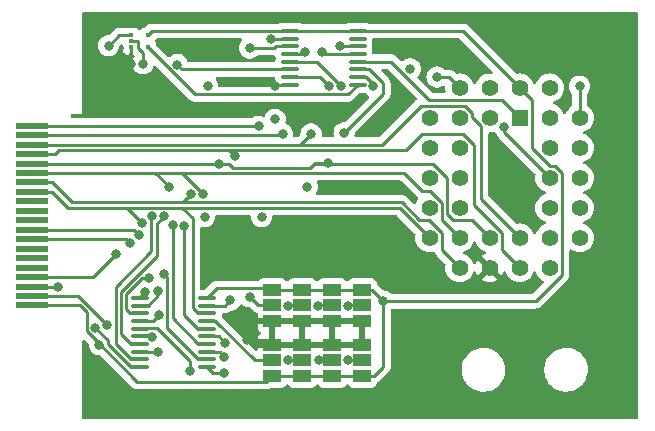
<source format=gbr>
%TF.GenerationSoftware,KiCad,Pcbnew,7.0.10*%
%TF.CreationDate,2024-03-07T18:21:54+01:00*%
%TF.ProjectId,ROM_Card,524f4d5f-4361-4726-942e-6b696361645f,rev?*%
%TF.SameCoordinates,Original*%
%TF.FileFunction,Copper,L1,Top*%
%TF.FilePolarity,Positive*%
%FSLAX46Y46*%
G04 Gerber Fmt 4.6, Leading zero omitted, Abs format (unit mm)*
G04 Created by KiCad (PCBNEW 7.0.10) date 2024-03-07 18:21:54*
%MOMM*%
%LPD*%
G01*
G04 APERTURE LIST*
G04 Aperture macros list*
%AMRoundRect*
0 Rectangle with rounded corners*
0 $1 Rounding radius*
0 $2 $3 $4 $5 $6 $7 $8 $9 X,Y pos of 4 corners*
0 Add a 4 corners polygon primitive as box body*
4,1,4,$2,$3,$4,$5,$6,$7,$8,$9,$2,$3,0*
0 Add four circle primitives for the rounded corners*
1,1,$1+$1,$2,$3*
1,1,$1+$1,$4,$5*
1,1,$1+$1,$6,$7*
1,1,$1+$1,$8,$9*
0 Add four rect primitives between the rounded corners*
20,1,$1+$1,$2,$3,$4,$5,0*
20,1,$1+$1,$4,$5,$6,$7,0*
20,1,$1+$1,$6,$7,$8,$9,0*
20,1,$1+$1,$8,$9,$2,$3,0*%
G04 Aperture macros list end*
%TA.AperFunction,SMDPad,CuDef*%
%ADD10RoundRect,0.100000X-0.637500X-0.100000X0.637500X-0.100000X0.637500X0.100000X-0.637500X0.100000X0*%
%TD*%
%TA.AperFunction,ComponentPad*%
%ADD11R,1.422400X1.422400*%
%TD*%
%TA.AperFunction,ComponentPad*%
%ADD12C,1.422400*%
%TD*%
%TA.AperFunction,SMDPad,CuDef*%
%ADD13R,1.500000X1.000000*%
%TD*%
%TA.AperFunction,SMDPad,CuDef*%
%ADD14R,0.450000X0.300000*%
%TD*%
%TA.AperFunction,SMDPad,CuDef*%
%ADD15R,2.800000X0.550000*%
%TD*%
%TA.AperFunction,ViaPad*%
%ADD16C,0.800000*%
%TD*%
%TA.AperFunction,Conductor*%
%ADD17C,0.250000*%
%TD*%
G04 APERTURE END LIST*
D10*
%TO.P,U3,1,~{Mr}*%
%TO.N,+5V*%
X153914000Y-89927000D03*
%TO.P,U3,2,Q0*%
%TO.N,/A14B*%
X153914000Y-90577000D03*
%TO.P,U3,3,D0*%
%TO.N,/D0*%
X153914000Y-91227000D03*
%TO.P,U3,4,D1*%
%TO.N,/D1*%
X153914000Y-91877000D03*
%TO.P,U3,5,Q1*%
%TO.N,/A15B*%
X153914000Y-92527000D03*
%TO.P,U3,6,D2*%
%TO.N,/D2*%
X153914000Y-93177000D03*
%TO.P,U3,7,Q2*%
%TO.N,/A16*%
X153914000Y-93827000D03*
%TO.P,U3,8,GND*%
%TO.N,GND*%
X153914000Y-94477000D03*
%TO.P,U3,9,Cp*%
%TO.N,Net-(U3-Cp)*%
X159639000Y-94477000D03*
%TO.P,U3,10,Q3*%
%TO.N,/A17*%
X159639000Y-93827000D03*
%TO.P,U3,11,D3*%
%TO.N,/D3*%
X159639000Y-93177000D03*
%TO.P,U3,12,Q4*%
%TO.N,/A18*%
X159639000Y-92527000D03*
%TO.P,U3,13,D4*%
%TO.N,/D4*%
X159639000Y-91877000D03*
%TO.P,U3,14,D5*%
%TO.N,/D5*%
X159639000Y-91227000D03*
%TO.P,U3,15,Q5*%
%TO.N,unconnected-(U3-Q5-Pad15)*%
X159639000Y-90577000D03*
%TO.P,U3,16,VCC*%
%TO.N,+5V*%
X159639000Y-89927000D03*
%TD*%
D11*
%TO.P,U2,1,A18*%
%TO.N,/A18*%
X173355000Y-97282000D03*
D12*
%TO.P,U2,2,A16*%
%TO.N,/A16*%
X170815000Y-94742000D03*
%TO.P,U2,3,A15*%
%TO.N,/A15B*%
X170815000Y-97282000D03*
%TO.P,U2,4,A12*%
%TO.N,/A12*%
X168275000Y-94742000D03*
%TO.P,U2,5,A7*%
%TO.N,/A7*%
X165735000Y-97282000D03*
%TO.P,U2,6,A6*%
%TO.N,/A6*%
X168275000Y-97282000D03*
%TO.P,U2,7,A5*%
%TO.N,/A5*%
X165735000Y-99822000D03*
%TO.P,U2,8,A4*%
%TO.N,/A4*%
X168275000Y-99822000D03*
%TO.P,U2,9,A3*%
%TO.N,/A3*%
X165735000Y-102362000D03*
%TO.P,U2,10,A2*%
%TO.N,/A2*%
X168275000Y-102362000D03*
%TO.P,U2,11,A1*%
%TO.N,/A1*%
X165735000Y-104902000D03*
%TO.P,U2,12,A0*%
%TO.N,/A0*%
X168275000Y-104902000D03*
%TO.P,U2,13,D0*%
%TO.N,/D0*%
X165735000Y-107442000D03*
%TO.P,U2,14,D1*%
%TO.N,/D1*%
X168275000Y-109982000D03*
%TO.P,U2,15,D2*%
%TO.N,/D2*%
X168275000Y-107442000D03*
%TO.P,U2,16,GND*%
%TO.N,GND*%
X170815000Y-109982000D03*
%TO.P,U2,17,D3*%
%TO.N,/D3*%
X170815000Y-107442000D03*
%TO.P,U2,18,D4*%
%TO.N,/D4*%
X173355000Y-109982000D03*
%TO.P,U2,19,D5*%
%TO.N,/D5*%
X173355000Y-107442000D03*
%TO.P,U2,20,D6*%
%TO.N,/D6*%
X175895000Y-109982000D03*
%TO.P,U2,21,D7*%
%TO.N,/D7*%
X178435000Y-107442000D03*
%TO.P,U2,22,CE*%
%TO.N,Net-(SCS1-B)*%
X175895000Y-107442000D03*
%TO.P,U2,23,A10*%
%TO.N,/A10*%
X178435000Y-104902000D03*
%TO.P,U2,24,OE*%
%TO.N,/RD*%
X175895000Y-104902000D03*
%TO.P,U2,25,A11*%
%TO.N,/A11*%
X178435000Y-102362000D03*
%TO.P,U2,26,A9*%
%TO.N,/A9*%
X175895000Y-102362000D03*
%TO.P,U2,27,A8*%
%TO.N,/A8*%
X178435000Y-99822000D03*
%TO.P,U2,28,A13*%
%TO.N,/A13*%
X175895000Y-99822000D03*
%TO.P,U2,29,A14*%
%TO.N,Net-(SA14-B)*%
X178435000Y-97282000D03*
%TO.P,U2,30,A17*%
%TO.N,/A17*%
X175895000Y-94742000D03*
%TO.P,U2,31,PGM*%
%TO.N,/PGM{slash}5V*%
X175895000Y-97282000D03*
%TO.P,U2,32,VCC*%
%TO.N,+5V*%
X173355000Y-94742000D03*
%TD*%
D10*
%TO.P,U1,1,1OE*%
%TO.N,/IO-CS1*%
X141172498Y-112548000D03*
%TO.P,U1,2,1A0*%
%TO.N,Net-(ID0-B)*%
X141172498Y-113198000D03*
%TO.P,U1,3,2Y0*%
%TO.N,/D4*%
X141172498Y-113848000D03*
%TO.P,U1,4,1A1*%
%TO.N,Net-(ID1-B)*%
X141172498Y-114498000D03*
%TO.P,U1,5,2Y1*%
%TO.N,/D5*%
X141172498Y-115148000D03*
%TO.P,U1,6,1A2*%
%TO.N,Net-(ID2-B)*%
X141172498Y-115798000D03*
%TO.P,U1,7,2Y2*%
%TO.N,/D6*%
X141172498Y-116448000D03*
%TO.P,U1,8,1A3*%
%TO.N,Net-(ID3-B)*%
X141172498Y-117098000D03*
%TO.P,U1,9,2Y3*%
%TO.N,/D7*%
X141172498Y-117748000D03*
%TO.P,U1,10,GND*%
%TO.N,GND*%
X141172498Y-118398000D03*
%TO.P,U1,11,2A3*%
%TO.N,Net-(ID7-B)*%
X146897498Y-118398000D03*
%TO.P,U1,12,1Y3*%
%TO.N,/D3*%
X146897498Y-117748000D03*
%TO.P,U1,13,2A2*%
%TO.N,Net-(ID6-B)*%
X146897498Y-117098000D03*
%TO.P,U1,14,1Y2*%
%TO.N,/D2*%
X146897498Y-116448000D03*
%TO.P,U1,15,2A1*%
%TO.N,Net-(ID5-B)*%
X146897498Y-115798000D03*
%TO.P,U1,16,1Y1*%
%TO.N,/D1*%
X146897498Y-115148000D03*
%TO.P,U1,17,2A0*%
%TO.N,Net-(ID4-B)*%
X146897498Y-114498000D03*
%TO.P,U1,18,1Y0*%
%TO.N,/D0*%
X146897498Y-113848000D03*
%TO.P,U1,19,2OE*%
%TO.N,/IO-CS1*%
X146897498Y-113198000D03*
%TO.P,U1,20,VCC*%
%TO.N,+5V*%
X146897498Y-112548000D03*
%TD*%
D13*
%TO.P,ID1,1,A*%
%TO.N,GND*%
X154956998Y-114457000D03*
%TO.P,ID1,2,B*%
%TO.N,Net-(ID1-B)*%
X154956998Y-113157000D03*
%TO.P,ID1,3,C*%
%TO.N,+5V*%
X154956998Y-111857000D03*
%TD*%
%TO.P,ID3,1,A*%
%TO.N,GND*%
X160036998Y-114457000D03*
%TO.P,ID3,2,B*%
%TO.N,Net-(ID3-B)*%
X160036998Y-113157000D03*
%TO.P,ID3,3,C*%
%TO.N,+5V*%
X160036998Y-111857000D03*
%TD*%
%TO.P,ID7,1,A*%
%TO.N,GND*%
X160036998Y-116526000D03*
%TO.P,ID7,2,B*%
%TO.N,Net-(ID7-B)*%
X160036998Y-117826000D03*
%TO.P,ID7,3,C*%
%TO.N,+5V*%
X160036998Y-119126000D03*
%TD*%
%TO.P,ID0,1,A*%
%TO.N,GND*%
X152416998Y-114457000D03*
%TO.P,ID0,2,B*%
%TO.N,Net-(ID0-B)*%
X152416998Y-113157000D03*
%TO.P,ID0,3,C*%
%TO.N,+5V*%
X152416998Y-111857000D03*
%TD*%
%TO.P,ID4,1,A*%
%TO.N,GND*%
X152416998Y-116526000D03*
%TO.P,ID4,2,B*%
%TO.N,Net-(ID4-B)*%
X152416998Y-117826000D03*
%TO.P,ID4,3,C*%
%TO.N,+5V*%
X152416998Y-119126000D03*
%TD*%
D14*
%TO.P,U5,1*%
%TO.N,/IO-CS2*%
X140459000Y-90297000D03*
%TO.P,U5,2*%
%TO.N,/WR*%
X140459000Y-90797000D03*
%TO.P,U5,3,GND*%
%TO.N,GND*%
X140459000Y-91297000D03*
%TO.P,U5,4*%
%TO.N,Net-(U3-Cp)*%
X141859000Y-91297000D03*
%TO.P,U5,5,VCC*%
%TO.N,+5V*%
X141859000Y-90297000D03*
%TD*%
D13*
%TO.P,ID6,1,A*%
%TO.N,GND*%
X157496998Y-116526000D03*
%TO.P,ID6,2,B*%
%TO.N,Net-(ID6-B)*%
X157496998Y-117826000D03*
%TO.P,ID6,3,C*%
%TO.N,+5V*%
X157496998Y-119126000D03*
%TD*%
%TO.P,ID5,1,A*%
%TO.N,GND*%
X154956998Y-116526000D03*
%TO.P,ID5,2,B*%
%TO.N,Net-(ID5-B)*%
X154956998Y-117826000D03*
%TO.P,ID5,3,C*%
%TO.N,+5V*%
X154956998Y-119126000D03*
%TD*%
%TO.P,ID2,1,A*%
%TO.N,GND*%
X157496998Y-114457000D03*
%TO.P,ID2,2,B*%
%TO.N,Net-(ID2-B)*%
X157496998Y-113157000D03*
%TO.P,ID2,3,C*%
%TO.N,+5V*%
X157496998Y-111857000D03*
%TD*%
D15*
%TO.P,J1,1,Pin_1*%
%TO.N,/D7*%
X132080000Y-97956000D03*
%TO.P,J1,2,Pin_2*%
%TO.N,/D6*%
X132080000Y-98756000D03*
%TO.P,J1,3,Pin_3*%
%TO.N,/D5*%
X132080000Y-99556000D03*
%TO.P,J1,4,Pin_4*%
%TO.N,/D4*%
X132080000Y-100356000D03*
%TO.P,J1,5,Pin_5*%
%TO.N,/D3*%
X132080000Y-101156000D03*
%TO.P,J1,6,Pin_6*%
%TO.N,/D2*%
X132080000Y-101956000D03*
%TO.P,J1,7,Pin_7*%
%TO.N,/D1*%
X132080000Y-102756000D03*
%TO.P,J1,8,Pin_8*%
%TO.N,/D0*%
X132080000Y-103556000D03*
%TO.P,J1,9,Pin_9*%
%TO.N,/RST*%
X132080000Y-104356000D03*
%TO.P,J1,10,Pin_10*%
%TO.N,/IORQ*%
X132080000Y-105156000D03*
%TO.P,J1,11,Pin_11*%
%TO.N,/MREQ*%
X132080000Y-105971000D03*
%TO.P,J1,12,Pin_12*%
%TO.N,/RD*%
X132080000Y-106771000D03*
%TO.P,J1,13,Pin_13*%
%TO.N,/WR*%
X132080000Y-107571000D03*
%TO.P,J1,14,Pin_14*%
%TO.N,/INT*%
X132080000Y-108371000D03*
%TO.P,J1,15,Pin_15*%
%TO.N,/NMI*%
X132080000Y-109171000D03*
%TO.P,J1,16,Pin_16*%
%TO.N,/WAIT*%
X132080000Y-109971000D03*
%TO.P,J1,17,Pin_17*%
%TO.N,/IO-CS2*%
X132080000Y-110771000D03*
%TO.P,J1,18,Pin_18*%
%TO.N,/IO-CS1*%
X132080000Y-111571000D03*
%TO.P,J1,19,Pin_19*%
%TO.N,/PGM{slash}5V*%
X132080000Y-112371000D03*
%TO.P,J1,20,Pin_20*%
%TO.N,+5V*%
X132080000Y-113171000D03*
%TD*%
D16*
%TO.N,/D1*%
X152654000Y-97420800D03*
X155194000Y-91681520D03*
%TO.N,/D0*%
X141354955Y-106175955D03*
%TO.N,/IO-CS2*%
X139192000Y-108839000D03*
%TO.N,/D0*%
X150495000Y-91377000D03*
%TO.N,/D2*%
X143637000Y-103124000D03*
X144369604Y-92782298D03*
%TO.N,/A16*%
X157217515Y-94582341D03*
%TO.N,/A15B*%
X158242000Y-94581520D03*
%TO.N,/D3*%
X158496000Y-98552000D03*
X157099000Y-101092000D03*
%TO.N,/A17*%
X160976500Y-94581520D03*
%TO.N,/D4*%
X156591000Y-91681520D03*
%TO.N,/D5*%
X158115000Y-91186000D03*
%TO.N,/A14B*%
X152273000Y-90652000D03*
%TO.N,GND*%
X152654000Y-94581520D03*
%TO.N,/D4*%
X149225000Y-100547000D03*
X141986000Y-110871000D03*
X146685000Y-105664000D03*
%TO.N,/D5*%
X155702000Y-98647000D03*
X155366784Y-103140800D03*
X145415000Y-118701000D03*
%TO.N,Net-(ID1-B)*%
X142790380Y-113993118D03*
%TO.N,Net-(ID2-B)*%
X142255740Y-115806448D03*
%TO.N,/D3*%
X143240380Y-110540704D03*
X147868017Y-101187000D03*
%TO.N,/D2*%
X143965380Y-106341134D03*
X146558000Y-103727000D03*
%TO.N,/D1*%
X144960998Y-106426000D03*
X145542000Y-103727000D03*
%TO.N,/IO-CS1*%
X134239000Y-111633000D03*
%TO.N,/D6*%
X153289000Y-98647000D03*
%TO.N,/A13*%
X164084000Y-93131520D03*
%TO.N,/A12*%
X166355247Y-93838247D03*
%TO.N,/A11*%
X146939000Y-94581520D03*
%TO.N,/IO-CS2*%
X138557000Y-91186000D03*
%TO.N,/WR*%
X140389891Y-107895109D03*
X141462003Y-92710000D03*
%TO.N,GND*%
X137418653Y-115057347D03*
X140462000Y-92710000D03*
%TO.N,/RD*%
X141097000Y-107188000D03*
X151511000Y-105664000D03*
%TO.N,/PGM{slash}5V*%
X138414998Y-114808000D03*
%TO.N,+5V*%
X161814998Y-112806000D03*
X137774736Y-116479264D03*
%TO.N,/D6*%
X143260653Y-105631653D03*
%TO.N,/D7*%
X142240000Y-105627000D03*
X151257000Y-98007000D03*
%TO.N,Net-(SA14-B)*%
X178435000Y-94615000D03*
%TO.N,/A9*%
X172046263Y-98047522D03*
%TO.N,GND*%
X150257998Y-116108000D03*
%TO.N,/IO-CS1*%
X148860998Y-112737000D03*
X141621998Y-112007000D03*
%TO.N,Net-(ID0-B)*%
X150511998Y-112425000D03*
X142778031Y-111956033D03*
%TO.N,Net-(ID7-B)*%
X148352998Y-118902000D03*
X158847000Y-117759000D03*
%TO.N,Net-(ID6-B)*%
X148352998Y-117505000D03*
X156353998Y-117759000D03*
%TO.N,Net-(ID5-B)*%
X148390251Y-116324747D03*
X153767000Y-117759000D03*
%TO.N,Net-(ID3-B)*%
X142764998Y-117124000D03*
X158847000Y-113187000D03*
%TO.N,Net-(ID2-B)*%
X156307000Y-113187000D03*
%TO.N,Net-(ID1-B)*%
X153767000Y-113187000D03*
%TD*%
D17*
%TO.N,+5V*%
X137287000Y-115951000D02*
X136693653Y-115357652D01*
X136693653Y-115357652D02*
X136693653Y-113723051D01*
X136693653Y-113723051D02*
X136141602Y-113171000D01*
X136141602Y-113171000D02*
X132080000Y-113171000D01*
%TO.N,/D1*%
X155194000Y-91681520D02*
X154998520Y-91877000D01*
X154998520Y-91877000D02*
X153914000Y-91877000D01*
%TO.N,/D0*%
X141354955Y-106175955D02*
X140081000Y-104902000D01*
X139192000Y-104902000D02*
X144780000Y-104902000D01*
X135076000Y-104902000D02*
X139192000Y-104902000D01*
X140081000Y-104902000D02*
X139192000Y-104902000D01*
%TO.N,/IO-CS2*%
X139192000Y-108839000D02*
X137260000Y-110771000D01*
X132080000Y-110771000D02*
X137260000Y-110771000D01*
%TO.N,/D0*%
X152573305Y-91377000D02*
X150495000Y-91377000D01*
X152723305Y-91227000D02*
X152573305Y-91377000D01*
X153914000Y-91227000D02*
X152723305Y-91227000D01*
X144780000Y-104902000D02*
X163195000Y-104902000D01*
X145685998Y-105807998D02*
X144780000Y-104902000D01*
X146897498Y-113848000D02*
X146159999Y-113848000D01*
X146159999Y-113848000D02*
X145685998Y-113373999D01*
X145685998Y-113373999D02*
X145685998Y-105807998D01*
%TO.N,/D2*%
X143637000Y-103099000D02*
X142494000Y-101956000D01*
X153914000Y-93177000D02*
X144764306Y-93177000D01*
X144764306Y-93177000D02*
X144369604Y-92782298D01*
X132080000Y-101956000D02*
X142494000Y-101956000D01*
X142494000Y-101956000D02*
X144653000Y-101956000D01*
X143637000Y-103124000D02*
X143637000Y-103099000D01*
%TO.N,/A16*%
X156462174Y-93827000D02*
X157217515Y-94582341D01*
X153914000Y-93827000D02*
X156462174Y-93827000D01*
%TO.N,/A15B*%
X156187480Y-92527000D02*
X158242000Y-94581520D01*
X153914000Y-92527000D02*
X156187480Y-92527000D01*
%TO.N,/D3*%
X155606000Y-101506000D02*
X155734000Y-101378000D01*
X155734000Y-101378000D02*
X155956000Y-101156000D01*
X159639000Y-93177000D02*
X160597285Y-93177000D01*
X161798000Y-95250000D02*
X158496000Y-98552000D01*
X161798000Y-94377715D02*
X161798000Y-95250000D01*
X160597285Y-93177000D02*
X161798000Y-94377715D01*
X157099000Y-101092000D02*
X156020000Y-101092000D01*
X156020000Y-101092000D02*
X155734000Y-101378000D01*
%TO.N,/A17*%
X160376499Y-93827000D02*
X159639000Y-93827000D01*
X160976500Y-94581520D02*
X160976500Y-94427001D01*
X160976500Y-94427001D02*
X160376499Y-93827000D01*
%TO.N,/A18*%
X159639000Y-92527000D02*
X162454175Y-92527000D01*
X162454175Y-92527000D02*
X165705375Y-95778200D01*
X165705375Y-95778200D02*
X171851200Y-95778200D01*
X171851200Y-95778200D02*
X173355000Y-97282000D01*
%TO.N,/D4*%
X156820480Y-91911000D02*
X156591000Y-91681520D01*
X159605000Y-91911000D02*
X156820480Y-91911000D01*
%TO.N,/D5*%
X158156000Y-91227000D02*
X158115000Y-91186000D01*
X159639000Y-91227000D02*
X158156000Y-91227000D01*
%TO.N,Net-(U3-Cp)*%
X159639000Y-94477000D02*
X158809480Y-95306520D01*
X158809480Y-95306520D02*
X145868520Y-95306520D01*
X145868520Y-95306520D02*
X141859000Y-91297000D01*
%TO.N,/A14B*%
X152348000Y-90577000D02*
X152273000Y-90652000D01*
X153914000Y-90577000D02*
X152348000Y-90577000D01*
%TO.N,GND*%
X152758520Y-94477000D02*
X152654000Y-94581520D01*
X153914000Y-94477000D02*
X152758520Y-94477000D01*
%TO.N,+5V*%
X153914000Y-89927000D02*
X142229000Y-89927000D01*
X142229000Y-89927000D02*
X141859000Y-90297000D01*
X159639000Y-89927000D02*
X153914000Y-89927000D01*
X173355000Y-94742000D02*
X168540000Y-89927000D01*
X168540000Y-89927000D02*
X159639000Y-89927000D01*
%TO.N,/D4*%
X134366000Y-100006000D02*
X146939000Y-100006000D01*
X149225000Y-100547000D02*
X148684000Y-100006000D01*
X146939000Y-100006000D02*
X163773000Y-100006000D01*
X148684000Y-100006000D02*
X146939000Y-100006000D01*
%TO.N,/D3*%
X132080000Y-101156000D02*
X148717000Y-101156000D01*
X148717000Y-101156000D02*
X149067000Y-101506000D01*
X149067000Y-101506000D02*
X155606000Y-101506000D01*
X155956000Y-101156000D02*
X165994409Y-101156000D01*
X165994409Y-101156000D02*
X167221200Y-102382791D01*
X167221200Y-102382791D02*
X167221200Y-105410000D01*
X167221200Y-105410000D02*
X167749400Y-105938200D01*
X167749400Y-105938200D02*
X169311200Y-105938200D01*
X169311200Y-105938200D02*
X170815000Y-107442000D01*
%TO.N,/D4*%
X141172498Y-113848000D02*
X140391000Y-113848000D01*
X140040999Y-112227999D02*
X141397998Y-110871000D01*
X140391000Y-113848000D02*
X140040999Y-113497999D01*
X140040999Y-113497999D02*
X140040999Y-112227999D01*
X141397998Y-110871000D02*
X141986000Y-110871000D01*
%TO.N,/D6*%
X141172498Y-116448000D02*
X140434999Y-116448000D01*
X140434999Y-116448000D02*
X139589998Y-115602999D01*
X139589998Y-115602999D02*
X139589998Y-112042604D01*
X139589998Y-112042604D02*
X142637998Y-108994604D01*
X142637998Y-108994604D02*
X142637998Y-106254308D01*
X142637998Y-106254308D02*
X143260653Y-105631653D01*
%TO.N,/D7*%
X142240000Y-105627000D02*
X142129998Y-105737002D01*
X142129998Y-105737002D02*
X142129998Y-108585000D01*
X142129998Y-108585000D02*
X139139998Y-111575000D01*
X139139998Y-111575000D02*
X139139998Y-116406812D01*
X139139998Y-116406812D02*
X140481186Y-117748000D01*
X140481186Y-117748000D02*
X141172498Y-117748000D01*
%TO.N,/D5*%
X153289000Y-99556000D02*
X161662800Y-99556000D01*
X132080000Y-99556000D02*
X153289000Y-99556000D01*
X153289000Y-99556000D02*
X154793000Y-99556000D01*
X154793000Y-99556000D02*
X155702000Y-98647000D01*
X145415000Y-117856000D02*
X145415000Y-118701000D01*
X142640448Y-115081448D02*
X145415000Y-117856000D01*
X141239050Y-115081448D02*
X142640448Y-115081448D01*
%TO.N,GND*%
X141172498Y-118398000D02*
X140434999Y-118398000D01*
X138499736Y-116138430D02*
X137418653Y-115057347D01*
X140434999Y-118398000D02*
X138499736Y-116462737D01*
X138499736Y-116462737D02*
X138499736Y-116138430D01*
%TO.N,Net-(ID1-B)*%
X142285498Y-114498000D02*
X142790380Y-113993118D01*
X141172498Y-114498000D02*
X142285498Y-114498000D01*
%TO.N,Net-(ID2-B)*%
X142247292Y-115798000D02*
X142255740Y-115806448D01*
X141172498Y-115798000D02*
X142247292Y-115798000D01*
%TO.N,/D3*%
X143515380Y-110815704D02*
X143240380Y-110540704D01*
X143515380Y-115103381D02*
X143515380Y-110815704D01*
X146159999Y-117748000D02*
X143515380Y-115103381D01*
X146897498Y-117748000D02*
X146159999Y-117748000D01*
%TO.N,/D2*%
X146897498Y-116448000D02*
X146159999Y-116448000D01*
X143965380Y-114253381D02*
X143965380Y-106341134D01*
X144653000Y-101956000D02*
X163551000Y-101956000D01*
X146159999Y-116448000D02*
X143965380Y-114253381D01*
X146558000Y-103717695D02*
X144796305Y-101956000D01*
X144796305Y-101956000D02*
X144653000Y-101956000D01*
X146558000Y-103727000D02*
X146558000Y-103717695D01*
%TO.N,/D1*%
X144960998Y-113948999D02*
X144960998Y-106426000D01*
X146159999Y-115148000D02*
X144960998Y-113948999D01*
X146897498Y-115148000D02*
X146159999Y-115148000D01*
%TO.N,/D4*%
X132080000Y-100356000D02*
X134016000Y-100356000D01*
X165100000Y-98679000D02*
X168597409Y-98679000D01*
X134016000Y-100356000D02*
X134366000Y-100006000D01*
X169515704Y-99597296D02*
X169515704Y-104677295D01*
X163773000Y-100006000D02*
X165100000Y-98679000D01*
X168597409Y-98679000D02*
X169515704Y-99597296D01*
X169515704Y-104677295D02*
X171851200Y-107012791D01*
X171851200Y-107012791D02*
X171851200Y-108478200D01*
X171851200Y-108478200D02*
X173355000Y-109982000D01*
%TO.N,/D2*%
X163551000Y-101956000D02*
X165100000Y-103505000D01*
X165803409Y-103505000D02*
X165100000Y-103505000D01*
%TO.N,/D1*%
X145542000Y-103727000D02*
X144817000Y-104452000D01*
X144399000Y-104452000D02*
X163381396Y-104452000D01*
X135440000Y-104452000D02*
X144399000Y-104452000D01*
X144817000Y-104452000D02*
X144399000Y-104452000D01*
X132080000Y-102756000D02*
X133744000Y-102756000D01*
X164867596Y-105938200D02*
X165696609Y-105938200D01*
X133744000Y-102756000D02*
X135440000Y-104452000D01*
X166771200Y-107012791D02*
X166771200Y-108478200D01*
X166771200Y-108478200D02*
X168275000Y-109982000D01*
X163381396Y-104452000D02*
X164867596Y-105938200D01*
X165696609Y-105938200D02*
X166771200Y-107012791D01*
%TO.N,/D0*%
X163195000Y-104902000D02*
X165735000Y-107442000D01*
X132080000Y-103556000D02*
X133730000Y-103556000D01*
X133730000Y-103556000D02*
X135076000Y-104902000D01*
%TO.N,/IO-CS1*%
X134177000Y-111571000D02*
X134239000Y-111633000D01*
X132080000Y-111571000D02*
X134177000Y-111571000D01*
%TO.N,/D6*%
X153180000Y-98756000D02*
X153289000Y-98647000D01*
X132080000Y-98756000D02*
X153180000Y-98756000D01*
%TO.N,/D5*%
X161662800Y-99556000D02*
X164973000Y-96245800D01*
X169311200Y-96852791D02*
X169311200Y-97243609D01*
X164973000Y-96245800D02*
X168704209Y-96245800D01*
X168704209Y-96245800D02*
X169311200Y-96852791D01*
X169311200Y-97243609D02*
X170082296Y-98014704D01*
X170082296Y-98014704D02*
X170082296Y-104169296D01*
X170082296Y-104169296D02*
X173355000Y-107442000D01*
%TO.N,/A12*%
X167371247Y-93838247D02*
X168275000Y-94742000D01*
X166355247Y-93838247D02*
X167371247Y-93838247D01*
%TO.N,/IO-CS2*%
X139446000Y-90297000D02*
X140459000Y-90297000D01*
X138557000Y-91186000D02*
X139446000Y-90297000D01*
%TO.N,/WR*%
X140065782Y-107571000D02*
X140389891Y-107895109D01*
X132080000Y-107571000D02*
X140065782Y-107571000D01*
X141462003Y-92710000D02*
X141462003Y-91805003D01*
X141462003Y-91805003D02*
X141009000Y-91352000D01*
X141009000Y-91352000D02*
X141009000Y-90822000D01*
X140984000Y-90797000D02*
X140459000Y-90797000D01*
X141009000Y-90822000D02*
X140984000Y-90797000D01*
%TO.N,GND*%
X140459000Y-91297000D02*
X140459000Y-92707000D01*
X140459000Y-92707000D02*
X140462000Y-92710000D01*
%TO.N,/RD*%
X141097000Y-107188000D02*
X140680000Y-106771000D01*
X140680000Y-106771000D02*
X132080000Y-106771000D01*
%TO.N,/PGM{slash}5V*%
X138414998Y-114808000D02*
X135977998Y-112371000D01*
X135977998Y-112371000D02*
X132080000Y-112371000D01*
%TO.N,+5V*%
X140963000Y-119627000D02*
X137287000Y-115951000D01*
X137287000Y-115951000D02*
X137774736Y-116438736D01*
X137774736Y-116438736D02*
X137774736Y-116479264D01*
X173355000Y-94742000D02*
X174391200Y-95778200D01*
X174391200Y-95778200D02*
X174391200Y-99801800D01*
X174391200Y-99801800D02*
X175915200Y-101325800D01*
X174722000Y-112806000D02*
X161814998Y-112806000D01*
X175915200Y-101325800D02*
X176324209Y-101325800D01*
X176931200Y-110596800D02*
X174722000Y-112806000D01*
X176324209Y-101325800D02*
X176931200Y-101932791D01*
X176931200Y-101932791D02*
X176931200Y-110596800D01*
X152416998Y-119126000D02*
X151915998Y-119627000D01*
X151915998Y-119627000D02*
X140963000Y-119627000D01*
%TO.N,/D7*%
X150585000Y-98007000D02*
X151257000Y-98007000D01*
X150534000Y-97956000D02*
X150585000Y-98007000D01*
%TO.N,Net-(SA14-B)*%
X178435000Y-94615000D02*
X178435000Y-97282000D01*
%TO.N,/D2*%
X168275000Y-107442000D02*
X166771200Y-105938200D01*
X166771200Y-105938200D02*
X166771200Y-104472791D01*
X166771200Y-104472791D02*
X165803409Y-103505000D01*
%TO.N,/D7*%
X132080000Y-97956000D02*
X150534000Y-97956000D01*
%TO.N,/A9*%
X172046263Y-98047522D02*
X172046263Y-98513263D01*
X172046263Y-98513263D02*
X175895000Y-102362000D01*
%TO.N,GND*%
X151998998Y-116108000D02*
X152416998Y-116526000D01*
X150257998Y-116108000D02*
X151998998Y-116108000D01*
%TO.N,+5V*%
X146897498Y-112548000D02*
X147745498Y-111700000D01*
X147745498Y-111700000D02*
X152259998Y-111700000D01*
%TO.N,/IO-CS1*%
X148399998Y-113198000D02*
X146897498Y-113198000D01*
X148860998Y-112737000D02*
X148399998Y-113198000D01*
X141172498Y-112456500D02*
X141621998Y-112007000D01*
X141172498Y-112548000D02*
X141172498Y-112456500D01*
%TO.N,Net-(ID0-B)*%
X150511998Y-112425000D02*
X151243998Y-113157000D01*
X141172498Y-113198000D02*
X141909997Y-113198000D01*
X141909997Y-113198000D02*
X142778031Y-112329966D01*
X151243998Y-113157000D02*
X152416998Y-113157000D01*
X142778031Y-112329966D02*
X142778031Y-111956033D01*
%TO.N,+5V*%
X161814998Y-118348000D02*
X161814998Y-112806000D01*
X161814998Y-112806000D02*
X160865998Y-111857000D01*
X161036998Y-119126000D02*
X161814998Y-118348000D01*
X160036998Y-119126000D02*
X161036998Y-119126000D01*
X160865998Y-111857000D02*
X160036998Y-111857000D01*
%TO.N,GND*%
X160036998Y-114457000D02*
X160036998Y-116526000D01*
X154956998Y-114457000D02*
X152416998Y-114457000D01*
X157496998Y-114457000D02*
X154956998Y-114457000D01*
X160036998Y-114457000D02*
X157496998Y-114457000D01*
X157496998Y-116526000D02*
X160036998Y-116526000D01*
X154956998Y-116526000D02*
X157496998Y-116526000D01*
X152416998Y-116526000D02*
X154956998Y-116526000D01*
%TO.N,Net-(ID7-B)*%
X160036998Y-117826000D02*
X158914000Y-117826000D01*
X158914000Y-117826000D02*
X158847000Y-117759000D01*
X148352998Y-118902000D02*
X147401498Y-118902000D01*
X147401498Y-118902000D02*
X146897498Y-118398000D01*
%TO.N,Net-(ID6-B)*%
X157496998Y-117826000D02*
X156420998Y-117826000D01*
X156420998Y-117826000D02*
X156353998Y-117759000D01*
X148352998Y-117505000D02*
X147945998Y-117098000D01*
X147945998Y-117098000D02*
X146897498Y-117098000D01*
%TO.N,Net-(ID5-B)*%
X148390251Y-116324747D02*
X147863504Y-115798000D01*
X154956998Y-117826000D02*
X153834000Y-117826000D01*
X153834000Y-117826000D02*
X153767000Y-117759000D01*
X147863504Y-115798000D02*
X146897498Y-115798000D01*
%TO.N,+5V*%
X160036998Y-111857000D02*
X157496998Y-111857000D01*
X157496998Y-111857000D02*
X154956998Y-111857000D01*
X152416998Y-111857000D02*
X154956998Y-111857000D01*
X160036998Y-119126000D02*
X157496998Y-119126000D01*
X157496998Y-119126000D02*
X154956998Y-119126000D01*
X152416998Y-119126000D02*
X154956998Y-119126000D01*
%TO.N,Net-(ID3-B)*%
X142764998Y-117124000D02*
X141198498Y-117124000D01*
X160036998Y-113157000D02*
X158877000Y-113157000D01*
X158877000Y-113157000D02*
X158847000Y-113187000D01*
%TO.N,Net-(ID2-B)*%
X157496998Y-113157000D02*
X156337000Y-113157000D01*
X156337000Y-113157000D02*
X156307000Y-113187000D01*
%TO.N,Net-(ID1-B)*%
X154956998Y-113157000D02*
X153797000Y-113157000D01*
X153797000Y-113157000D02*
X153767000Y-113187000D01*
%TO.N,Net-(ID4-B)*%
X152416998Y-117826000D02*
X150916810Y-117826000D01*
X150916810Y-117826000D02*
X147588810Y-114498000D01*
X147588810Y-114498000D02*
X146897498Y-114498000D01*
%TD*%
%TA.AperFunction,Conductor*%
%TO.N,GND*%
G36*
X183330539Y-88333185D02*
G01*
X183376294Y-88385989D01*
X183387500Y-88437500D01*
X183387500Y-122684500D01*
X183367815Y-122751539D01*
X183315011Y-122797294D01*
X183263500Y-122808500D01*
X136454500Y-122808500D01*
X136387461Y-122788815D01*
X136341706Y-122736011D01*
X136330500Y-122684500D01*
X136330500Y-116178452D01*
X136350185Y-116111413D01*
X136402989Y-116065658D01*
X136472147Y-116055714D01*
X136535703Y-116084739D01*
X136542170Y-116090760D01*
X136629862Y-116178452D01*
X136833294Y-116381885D01*
X136866778Y-116443208D01*
X136868399Y-116472766D01*
X136869276Y-116472766D01*
X136869276Y-116479261D01*
X136869276Y-116479264D01*
X136889062Y-116667520D01*
X136889063Y-116667523D01*
X136947554Y-116847541D01*
X136947557Y-116847548D01*
X137042203Y-117011480D01*
X137143517Y-117124000D01*
X137168865Y-117152152D01*
X137322001Y-117263412D01*
X137322006Y-117263415D01*
X137494928Y-117340406D01*
X137494933Y-117340408D01*
X137680090Y-117379764D01*
X137779812Y-117379764D01*
X137846851Y-117399449D01*
X137867492Y-117416082D01*
X139165149Y-118713740D01*
X140462197Y-120010788D01*
X140472022Y-120023051D01*
X140472243Y-120022869D01*
X140477211Y-120028874D01*
X140526222Y-120074899D01*
X140529021Y-120077612D01*
X140548522Y-120097114D01*
X140548526Y-120097117D01*
X140548529Y-120097120D01*
X140551702Y-120099581D01*
X140560574Y-120107159D01*
X140592418Y-120137062D01*
X140609976Y-120146714D01*
X140626233Y-120157393D01*
X140642064Y-120169673D01*
X140664743Y-120179487D01*
X140682152Y-120187021D01*
X140692641Y-120192160D01*
X140716457Y-120205252D01*
X140730908Y-120213197D01*
X140743523Y-120216435D01*
X140750305Y-120218177D01*
X140768719Y-120224481D01*
X140787104Y-120232438D01*
X140830261Y-120239273D01*
X140841656Y-120241632D01*
X140883981Y-120252500D01*
X140904016Y-120252500D01*
X140923413Y-120254026D01*
X140943196Y-120257160D01*
X140986675Y-120253050D01*
X140998344Y-120252500D01*
X151833255Y-120252500D01*
X151848875Y-120254224D01*
X151848902Y-120253939D01*
X151856658Y-120254671D01*
X151856665Y-120254673D01*
X151923871Y-120252561D01*
X151927766Y-120252500D01*
X151955344Y-120252500D01*
X151955348Y-120252500D01*
X151959322Y-120251997D01*
X151970961Y-120251080D01*
X152014625Y-120249709D01*
X152033867Y-120244117D01*
X152052910Y-120240174D01*
X152072790Y-120237664D01*
X152113399Y-120221585D01*
X152124442Y-120217803D01*
X152166388Y-120205618D01*
X152183627Y-120195422D01*
X152201101Y-120186862D01*
X152219727Y-120179487D01*
X152219726Y-120179487D01*
X152219730Y-120179486D01*
X152255062Y-120153814D01*
X152264829Y-120147400D01*
X152270976Y-120143765D01*
X152334093Y-120126499D01*
X153214869Y-120126499D01*
X153214870Y-120126499D01*
X153274481Y-120120091D01*
X153409329Y-120069796D01*
X153524544Y-119983546D01*
X153587732Y-119899136D01*
X153643665Y-119857267D01*
X153713357Y-119852283D01*
X153774680Y-119885768D01*
X153786258Y-119899130D01*
X153849452Y-119983546D01*
X153871281Y-119999887D01*
X153964662Y-120069793D01*
X153964669Y-120069797D01*
X154099515Y-120120091D01*
X154099514Y-120120091D01*
X154106442Y-120120835D01*
X154159125Y-120126500D01*
X155754870Y-120126499D01*
X155814481Y-120120091D01*
X155949329Y-120069796D01*
X156064544Y-119983546D01*
X156127732Y-119899136D01*
X156183665Y-119857267D01*
X156253357Y-119852283D01*
X156314680Y-119885768D01*
X156326258Y-119899130D01*
X156389452Y-119983546D01*
X156411281Y-119999887D01*
X156504662Y-120069793D01*
X156504669Y-120069797D01*
X156639515Y-120120091D01*
X156639514Y-120120091D01*
X156646442Y-120120835D01*
X156699125Y-120126500D01*
X158294870Y-120126499D01*
X158354481Y-120120091D01*
X158489329Y-120069796D01*
X158604544Y-119983546D01*
X158667732Y-119899136D01*
X158723665Y-119857267D01*
X158793357Y-119852283D01*
X158854680Y-119885768D01*
X158866258Y-119899130D01*
X158929452Y-119983546D01*
X158951281Y-119999887D01*
X159044662Y-120069793D01*
X159044669Y-120069797D01*
X159179515Y-120120091D01*
X159179514Y-120120091D01*
X159186442Y-120120835D01*
X159239125Y-120126500D01*
X160834870Y-120126499D01*
X160894481Y-120120091D01*
X161029329Y-120069796D01*
X161144544Y-119983546D01*
X161230794Y-119868331D01*
X161275553Y-119748324D01*
X161317423Y-119692391D01*
X161334285Y-119682966D01*
X161333890Y-119682247D01*
X161340724Y-119678489D01*
X161340725Y-119678487D01*
X161340730Y-119678486D01*
X161376081Y-119652800D01*
X161385812Y-119646408D01*
X161423418Y-119624170D01*
X161437587Y-119609999D01*
X161452377Y-119597368D01*
X161468585Y-119585594D01*
X161496436Y-119551926D01*
X161504277Y-119543309D01*
X162198785Y-118848802D01*
X162211040Y-118838986D01*
X162210857Y-118838764D01*
X162216866Y-118833791D01*
X162216875Y-118833786D01*
X162262947Y-118784722D01*
X162265564Y-118782023D01*
X162285118Y-118762471D01*
X162287574Y-118759303D01*
X162295154Y-118750427D01*
X162325060Y-118718582D01*
X162334711Y-118701024D01*
X162344736Y-118685763D01*
X168437787Y-118685763D01*
X168467413Y-118955013D01*
X168467415Y-118955024D01*
X168535926Y-119217082D01*
X168535928Y-119217088D01*
X168641870Y-119466390D01*
X168729522Y-119610013D01*
X168782979Y-119697605D01*
X168782986Y-119697615D01*
X168956253Y-119905819D01*
X168956259Y-119905824D01*
X169084211Y-120020469D01*
X169157998Y-120086582D01*
X169383910Y-120236044D01*
X169629176Y-120351020D01*
X169629183Y-120351022D01*
X169629185Y-120351023D01*
X169888557Y-120429057D01*
X169888564Y-120429058D01*
X169888569Y-120429060D01*
X170156561Y-120468500D01*
X170156566Y-120468500D01*
X170359629Y-120468500D01*
X170359631Y-120468500D01*
X170359636Y-120468499D01*
X170359648Y-120468499D01*
X170397191Y-120465750D01*
X170562156Y-120453677D01*
X170674758Y-120428593D01*
X170826546Y-120394782D01*
X170826548Y-120394781D01*
X170826553Y-120394780D01*
X171079558Y-120298014D01*
X171315777Y-120165441D01*
X171530177Y-119999888D01*
X171718186Y-119804881D01*
X171875799Y-119584579D01*
X171949787Y-119440669D01*
X171999649Y-119343690D01*
X171999651Y-119343684D01*
X171999656Y-119343675D01*
X172087118Y-119087305D01*
X172136319Y-118820933D01*
X172141259Y-118685763D01*
X175437787Y-118685763D01*
X175467413Y-118955013D01*
X175467415Y-118955024D01*
X175535926Y-119217082D01*
X175535928Y-119217088D01*
X175641870Y-119466390D01*
X175729522Y-119610013D01*
X175782979Y-119697605D01*
X175782986Y-119697615D01*
X175956253Y-119905819D01*
X175956259Y-119905824D01*
X176084211Y-120020469D01*
X176157998Y-120086582D01*
X176383910Y-120236044D01*
X176629176Y-120351020D01*
X176629183Y-120351022D01*
X176629185Y-120351023D01*
X176888557Y-120429057D01*
X176888564Y-120429058D01*
X176888569Y-120429060D01*
X177156561Y-120468500D01*
X177156566Y-120468500D01*
X177359629Y-120468500D01*
X177359631Y-120468500D01*
X177359636Y-120468499D01*
X177359648Y-120468499D01*
X177397191Y-120465750D01*
X177562156Y-120453677D01*
X177674758Y-120428593D01*
X177826546Y-120394782D01*
X177826548Y-120394781D01*
X177826553Y-120394780D01*
X178079558Y-120298014D01*
X178315777Y-120165441D01*
X178530177Y-119999888D01*
X178718186Y-119804881D01*
X178875799Y-119584579D01*
X178949787Y-119440669D01*
X178999649Y-119343690D01*
X178999651Y-119343684D01*
X178999656Y-119343675D01*
X179087118Y-119087305D01*
X179136319Y-118820933D01*
X179146212Y-118550235D01*
X179116586Y-118280982D01*
X179048072Y-118018912D01*
X178942130Y-117769610D01*
X178801018Y-117538390D01*
X178773231Y-117505000D01*
X178627746Y-117330180D01*
X178627740Y-117330175D01*
X178426002Y-117149418D01*
X178200092Y-116999957D01*
X178159698Y-116981021D01*
X177954824Y-116884980D01*
X177954819Y-116884978D01*
X177954814Y-116884976D01*
X177695442Y-116806942D01*
X177695428Y-116806939D01*
X177579791Y-116789921D01*
X177427439Y-116767500D01*
X177224369Y-116767500D01*
X177224351Y-116767500D01*
X177021844Y-116782323D01*
X177021831Y-116782325D01*
X176757453Y-116841217D01*
X176757446Y-116841220D01*
X176504439Y-116937987D01*
X176268226Y-117070557D01*
X176053822Y-117236112D01*
X175865822Y-117431109D01*
X175865816Y-117431116D01*
X175708202Y-117651419D01*
X175708199Y-117651424D01*
X175584350Y-117892309D01*
X175584343Y-117892327D01*
X175496884Y-118148685D01*
X175496881Y-118148699D01*
X175469652Y-118296119D01*
X175448212Y-118412195D01*
X175447681Y-118415068D01*
X175447680Y-118415075D01*
X175437787Y-118685763D01*
X172141259Y-118685763D01*
X172146212Y-118550235D01*
X172116586Y-118280982D01*
X172048072Y-118018912D01*
X171942130Y-117769610D01*
X171801018Y-117538390D01*
X171773231Y-117505000D01*
X171627746Y-117330180D01*
X171627740Y-117330175D01*
X171426002Y-117149418D01*
X171200092Y-116999957D01*
X171159698Y-116981021D01*
X170954824Y-116884980D01*
X170954819Y-116884978D01*
X170954814Y-116884976D01*
X170695442Y-116806942D01*
X170695428Y-116806939D01*
X170579791Y-116789921D01*
X170427439Y-116767500D01*
X170224369Y-116767500D01*
X170224351Y-116767500D01*
X170021844Y-116782323D01*
X170021831Y-116782325D01*
X169757453Y-116841217D01*
X169757446Y-116841220D01*
X169504439Y-116937987D01*
X169268226Y-117070557D01*
X169053822Y-117236112D01*
X168865822Y-117431109D01*
X168865816Y-117431116D01*
X168708202Y-117651419D01*
X168708199Y-117651424D01*
X168584350Y-117892309D01*
X168584343Y-117892327D01*
X168496884Y-118148685D01*
X168496881Y-118148699D01*
X168469652Y-118296119D01*
X168448212Y-118412195D01*
X168447681Y-118415068D01*
X168447680Y-118415075D01*
X168437787Y-118685763D01*
X162344736Y-118685763D01*
X162345394Y-118684761D01*
X162357671Y-118668936D01*
X162375019Y-118628844D01*
X162380149Y-118618371D01*
X162401195Y-118580092D01*
X162406178Y-118560680D01*
X162412479Y-118542280D01*
X162420435Y-118523896D01*
X162427268Y-118480748D01*
X162429631Y-118469338D01*
X162440498Y-118427019D01*
X162440498Y-118406983D01*
X162442025Y-118387582D01*
X162444408Y-118372536D01*
X162445158Y-118367804D01*
X162441048Y-118324324D01*
X162440498Y-118312655D01*
X162440498Y-113555500D01*
X162460183Y-113488461D01*
X162512987Y-113442706D01*
X162564498Y-113431500D01*
X174639257Y-113431500D01*
X174654877Y-113433224D01*
X174654904Y-113432939D01*
X174662660Y-113433671D01*
X174662667Y-113433673D01*
X174729873Y-113431561D01*
X174733768Y-113431500D01*
X174761346Y-113431500D01*
X174761350Y-113431500D01*
X174765324Y-113430997D01*
X174776963Y-113430080D01*
X174820627Y-113428709D01*
X174839869Y-113423117D01*
X174858912Y-113419174D01*
X174878792Y-113416664D01*
X174919401Y-113400585D01*
X174930444Y-113396803D01*
X174972390Y-113384618D01*
X174989629Y-113374422D01*
X175007103Y-113365862D01*
X175025727Y-113358488D01*
X175025727Y-113358487D01*
X175025732Y-113358486D01*
X175061083Y-113332800D01*
X175070814Y-113326408D01*
X175108420Y-113304170D01*
X175122589Y-113289999D01*
X175137379Y-113277368D01*
X175153587Y-113265594D01*
X175181438Y-113231926D01*
X175189279Y-113223309D01*
X177314986Y-111097602D01*
X177327248Y-111087780D01*
X177327065Y-111087559D01*
X177333068Y-111082591D01*
X177333077Y-111082586D01*
X177379134Y-111033539D01*
X177381782Y-111030806D01*
X177401320Y-111011270D01*
X177403770Y-111008110D01*
X177411354Y-110999229D01*
X177441262Y-110967382D01*
X177450914Y-110949823D01*
X177461589Y-110933572D01*
X177473874Y-110917736D01*
X177491230Y-110877625D01*
X177496361Y-110867154D01*
X177498696Y-110862908D01*
X177517397Y-110828892D01*
X177522380Y-110809480D01*
X177528677Y-110791091D01*
X177536638Y-110772695D01*
X177543470Y-110729548D01*
X177545839Y-110718116D01*
X177556699Y-110675822D01*
X177556700Y-110675817D01*
X177556700Y-110655783D01*
X177558227Y-110636382D01*
X177561360Y-110616604D01*
X177557250Y-110573124D01*
X177556700Y-110561455D01*
X177556700Y-108544421D01*
X177576385Y-108477382D01*
X177629189Y-108431627D01*
X177698347Y-108421683D01*
X177751823Y-108442846D01*
X177826836Y-108495371D01*
X178018991Y-108584974D01*
X178223787Y-108639849D01*
X178392757Y-108654632D01*
X178434999Y-108658328D01*
X178435000Y-108658328D01*
X178435001Y-108658328D01*
X178470202Y-108655248D01*
X178646213Y-108639849D01*
X178851009Y-108584974D01*
X179043164Y-108495371D01*
X179216841Y-108373761D01*
X179366761Y-108223841D01*
X179488371Y-108050164D01*
X179577974Y-107858009D01*
X179632849Y-107653213D01*
X179651328Y-107442000D01*
X179632849Y-107230787D01*
X179577974Y-107025991D01*
X179488371Y-106833836D01*
X179488369Y-106833833D01*
X179488368Y-106833831D01*
X179366764Y-106660163D01*
X179366759Y-106660157D01*
X179216842Y-106510240D01*
X179216836Y-106510235D01*
X179043168Y-106388631D01*
X179043164Y-106388629D01*
X179005358Y-106371000D01*
X178851009Y-106299026D01*
X178851005Y-106299025D01*
X178851001Y-106299023D01*
X178823949Y-106291775D01*
X178764288Y-106255410D01*
X178733759Y-106192563D01*
X178742054Y-106123188D01*
X178786539Y-106069310D01*
X178823949Y-106052225D01*
X178845702Y-106046396D01*
X178851009Y-106044974D01*
X179043164Y-105955371D01*
X179216841Y-105833761D01*
X179366761Y-105683841D01*
X179488371Y-105510164D01*
X179577974Y-105318009D01*
X179632849Y-105113213D01*
X179651328Y-104902000D01*
X179632849Y-104690787D01*
X179577974Y-104485991D01*
X179488371Y-104293836D01*
X179488369Y-104293833D01*
X179488368Y-104293831D01*
X179366764Y-104120163D01*
X179366759Y-104120157D01*
X179216842Y-103970240D01*
X179216836Y-103970235D01*
X179043168Y-103848631D01*
X179043164Y-103848629D01*
X179024078Y-103839729D01*
X178851009Y-103759026D01*
X178851005Y-103759025D01*
X178851001Y-103759023D01*
X178823949Y-103751775D01*
X178764288Y-103715410D01*
X178733759Y-103652563D01*
X178742054Y-103583188D01*
X178786539Y-103529310D01*
X178823949Y-103512225D01*
X178845702Y-103506396D01*
X178851009Y-103504974D01*
X179043164Y-103415371D01*
X179216841Y-103293761D01*
X179366761Y-103143841D01*
X179488371Y-102970164D01*
X179577974Y-102778009D01*
X179632849Y-102573213D01*
X179651328Y-102362000D01*
X179632849Y-102150787D01*
X179577974Y-101945991D01*
X179488371Y-101753836D01*
X179488369Y-101753833D01*
X179488368Y-101753831D01*
X179366764Y-101580163D01*
X179366759Y-101580157D01*
X179216842Y-101430240D01*
X179216836Y-101430235D01*
X179043168Y-101308631D01*
X179043164Y-101308629D01*
X178851009Y-101219026D01*
X178851005Y-101219025D01*
X178851001Y-101219023D01*
X178823949Y-101211775D01*
X178764288Y-101175410D01*
X178733759Y-101112563D01*
X178742054Y-101043188D01*
X178786539Y-100989310D01*
X178823949Y-100972225D01*
X178841930Y-100967406D01*
X178851009Y-100964974D01*
X179043164Y-100875371D01*
X179216841Y-100753761D01*
X179366761Y-100603841D01*
X179488371Y-100430164D01*
X179577974Y-100238009D01*
X179632849Y-100033213D01*
X179651328Y-99822000D01*
X179632849Y-99610787D01*
X179577974Y-99405991D01*
X179488371Y-99213836D01*
X179488369Y-99213833D01*
X179488368Y-99213831D01*
X179366764Y-99040163D01*
X179366759Y-99040157D01*
X179216842Y-98890240D01*
X179216836Y-98890235D01*
X179043168Y-98768631D01*
X179043164Y-98768629D01*
X179018886Y-98757308D01*
X178851009Y-98679026D01*
X178851005Y-98679025D01*
X178851001Y-98679023D01*
X178823949Y-98671775D01*
X178764288Y-98635410D01*
X178733759Y-98572563D01*
X178742054Y-98503188D01*
X178786539Y-98449310D01*
X178823949Y-98432225D01*
X178845269Y-98426512D01*
X178851009Y-98424974D01*
X179043164Y-98335371D01*
X179216841Y-98213761D01*
X179366761Y-98063841D01*
X179488371Y-97890164D01*
X179577974Y-97698009D01*
X179632849Y-97493213D01*
X179651328Y-97282000D01*
X179632849Y-97070787D01*
X179577974Y-96865991D01*
X179488371Y-96673836D01*
X179488369Y-96673833D01*
X179488368Y-96673831D01*
X179366764Y-96500163D01*
X179366759Y-96500157D01*
X179216844Y-96350242D01*
X179216842Y-96350240D01*
X179216841Y-96350239D01*
X179216836Y-96350235D01*
X179216833Y-96350233D01*
X179113376Y-96277790D01*
X179069751Y-96223213D01*
X179060500Y-96176216D01*
X179060500Y-95313687D01*
X179080185Y-95246648D01*
X179092350Y-95230715D01*
X179133876Y-95184595D01*
X179167533Y-95147216D01*
X179262179Y-94983284D01*
X179320674Y-94803256D01*
X179340460Y-94615000D01*
X179320674Y-94426744D01*
X179262179Y-94246716D01*
X179167533Y-94082784D01*
X179040871Y-93942112D01*
X179019237Y-93926394D01*
X178887734Y-93830851D01*
X178887729Y-93830848D01*
X178714807Y-93753857D01*
X178714802Y-93753855D01*
X178569001Y-93722865D01*
X178529646Y-93714500D01*
X178340354Y-93714500D01*
X178307897Y-93721398D01*
X178155197Y-93753855D01*
X178155192Y-93753857D01*
X177982270Y-93830848D01*
X177982265Y-93830851D01*
X177829129Y-93942111D01*
X177702466Y-94082785D01*
X177607821Y-94246715D01*
X177607818Y-94246722D01*
X177551642Y-94419615D01*
X177549326Y-94426744D01*
X177529540Y-94615000D01*
X177549326Y-94803256D01*
X177549327Y-94803259D01*
X177607818Y-94983277D01*
X177607821Y-94983284D01*
X177702467Y-95147216D01*
X177732286Y-95180333D01*
X177777650Y-95230715D01*
X177807880Y-95293706D01*
X177809500Y-95313687D01*
X177809500Y-96176216D01*
X177789815Y-96243255D01*
X177756624Y-96277790D01*
X177653166Y-96350233D01*
X177653155Y-96350242D01*
X177503240Y-96500157D01*
X177503235Y-96500163D01*
X177381631Y-96673831D01*
X177381629Y-96673835D01*
X177292027Y-96865989D01*
X177292024Y-96865996D01*
X177284775Y-96893051D01*
X177248409Y-96952711D01*
X177185562Y-96983240D01*
X177116187Y-96974945D01*
X177062309Y-96930459D01*
X177045225Y-96893051D01*
X177041919Y-96880717D01*
X177037974Y-96865991D01*
X176948371Y-96673836D01*
X176948369Y-96673833D01*
X176948368Y-96673831D01*
X176826764Y-96500163D01*
X176826759Y-96500157D01*
X176676842Y-96350240D01*
X176676836Y-96350235D01*
X176503168Y-96228631D01*
X176503164Y-96228629D01*
X176397973Y-96179578D01*
X176311009Y-96139026D01*
X176311005Y-96139025D01*
X176311001Y-96139023D01*
X176283949Y-96131775D01*
X176224288Y-96095410D01*
X176193759Y-96032563D01*
X176202054Y-95963188D01*
X176246539Y-95909310D01*
X176283949Y-95892225D01*
X176301930Y-95887406D01*
X176311009Y-95884974D01*
X176503164Y-95795371D01*
X176676841Y-95673761D01*
X176826761Y-95523841D01*
X176948371Y-95350164D01*
X177037974Y-95158009D01*
X177092849Y-94953213D01*
X177111328Y-94742000D01*
X177092849Y-94530787D01*
X177037974Y-94325991D01*
X176948371Y-94133836D01*
X176948369Y-94133833D01*
X176948368Y-94133831D01*
X176826764Y-93960163D01*
X176826759Y-93960157D01*
X176676842Y-93810240D01*
X176676836Y-93810235D01*
X176503168Y-93688631D01*
X176503164Y-93688629D01*
X176475161Y-93675571D01*
X176311009Y-93599026D01*
X176311005Y-93599025D01*
X176311001Y-93599023D01*
X176106218Y-93544152D01*
X176106208Y-93544150D01*
X175895001Y-93525672D01*
X175894999Y-93525672D01*
X175683791Y-93544150D01*
X175683781Y-93544152D01*
X175478998Y-93599023D01*
X175478989Y-93599027D01*
X175286835Y-93688629D01*
X175286831Y-93688631D01*
X175113163Y-93810235D01*
X175113157Y-93810240D01*
X174963240Y-93960157D01*
X174963235Y-93960163D01*
X174841631Y-94133831D01*
X174841629Y-94133835D01*
X174752027Y-94325989D01*
X174752024Y-94325996D01*
X174744775Y-94353051D01*
X174708409Y-94412711D01*
X174645562Y-94443240D01*
X174576187Y-94434945D01*
X174522309Y-94390459D01*
X174505225Y-94353051D01*
X174497975Y-94325996D01*
X174497974Y-94325991D01*
X174408371Y-94133836D01*
X174408369Y-94133833D01*
X174408368Y-94133831D01*
X174286764Y-93960163D01*
X174286759Y-93960157D01*
X174136842Y-93810240D01*
X174136836Y-93810235D01*
X173963168Y-93688631D01*
X173963164Y-93688629D01*
X173935161Y-93675571D01*
X173771009Y-93599026D01*
X173771005Y-93599025D01*
X173771001Y-93599023D01*
X173566218Y-93544152D01*
X173566208Y-93544150D01*
X173355001Y-93525672D01*
X173354999Y-93525672D01*
X173143792Y-93544150D01*
X173143777Y-93544153D01*
X173132449Y-93547188D01*
X173062599Y-93545520D01*
X173012683Y-93515092D01*
X169040803Y-89543212D01*
X169030980Y-89530950D01*
X169030759Y-89531134D01*
X169025786Y-89525122D01*
X168976776Y-89479099D01*
X168973977Y-89476386D01*
X168954477Y-89456885D01*
X168954471Y-89456880D01*
X168951286Y-89454409D01*
X168942434Y-89446848D01*
X168910582Y-89416938D01*
X168910580Y-89416936D01*
X168910577Y-89416935D01*
X168893029Y-89407288D01*
X168876763Y-89396604D01*
X168860932Y-89384324D01*
X168820849Y-89366978D01*
X168810363Y-89361841D01*
X168772094Y-89340803D01*
X168772092Y-89340802D01*
X168752693Y-89335822D01*
X168734281Y-89329518D01*
X168715898Y-89321562D01*
X168715892Y-89321560D01*
X168672760Y-89314729D01*
X168661322Y-89312361D01*
X168619020Y-89301500D01*
X168619019Y-89301500D01*
X168598984Y-89301500D01*
X168579586Y-89299973D01*
X168572162Y-89298797D01*
X168559805Y-89296840D01*
X168559804Y-89296840D01*
X168516325Y-89300950D01*
X168504656Y-89301500D01*
X160601679Y-89301500D01*
X160554226Y-89292061D01*
X160433262Y-89241956D01*
X160433260Y-89241955D01*
X160315870Y-89226501D01*
X160315867Y-89226500D01*
X160315861Y-89226500D01*
X160315854Y-89226500D01*
X158962136Y-89226500D01*
X158844746Y-89241953D01*
X158844737Y-89241956D01*
X158723774Y-89292061D01*
X158676321Y-89301500D01*
X154876679Y-89301500D01*
X154829226Y-89292061D01*
X154708262Y-89241956D01*
X154708260Y-89241955D01*
X154590870Y-89226501D01*
X154590867Y-89226500D01*
X154590861Y-89226500D01*
X154590854Y-89226500D01*
X153237136Y-89226500D01*
X153119746Y-89241953D01*
X153119737Y-89241956D01*
X152998774Y-89292061D01*
X152951321Y-89301500D01*
X142311743Y-89301500D01*
X142296122Y-89299775D01*
X142296096Y-89300061D01*
X142288334Y-89299327D01*
X142288333Y-89299327D01*
X142236688Y-89300950D01*
X142221127Y-89301439D01*
X142217232Y-89301500D01*
X142189647Y-89301500D01*
X142185661Y-89302003D01*
X142174033Y-89302918D01*
X142130373Y-89304290D01*
X142111129Y-89309881D01*
X142092079Y-89313825D01*
X142072211Y-89316334D01*
X142072210Y-89316334D01*
X142031599Y-89332413D01*
X142020554Y-89336194D01*
X141978614Y-89348379D01*
X141978610Y-89348381D01*
X141961366Y-89358579D01*
X141943905Y-89367133D01*
X141925274Y-89374510D01*
X141925262Y-89374517D01*
X141889933Y-89400185D01*
X141880173Y-89406596D01*
X141842580Y-89428829D01*
X141828415Y-89442994D01*
X141813623Y-89455628D01*
X141797412Y-89467405D01*
X141769568Y-89501062D01*
X141761708Y-89509699D01*
X141660511Y-89610896D01*
X141599188Y-89644381D01*
X141586085Y-89646505D01*
X141526516Y-89652909D01*
X141391671Y-89703202D01*
X141391664Y-89703206D01*
X141276455Y-89789452D01*
X141258266Y-89813750D01*
X141202332Y-89855620D01*
X141132640Y-89860604D01*
X141071317Y-89827118D01*
X141059734Y-89813750D01*
X141048564Y-89798829D01*
X141041546Y-89789454D01*
X141041544Y-89789453D01*
X141041544Y-89789452D01*
X140926335Y-89703206D01*
X140926328Y-89703202D01*
X140791486Y-89652910D01*
X140791485Y-89652909D01*
X140791483Y-89652909D01*
X140731873Y-89646500D01*
X140731863Y-89646500D01*
X140186129Y-89646500D01*
X140186123Y-89646501D01*
X140126518Y-89652908D01*
X140107547Y-89659984D01*
X140097632Y-89663682D01*
X140054300Y-89671500D01*
X139528743Y-89671500D01*
X139513122Y-89669775D01*
X139513096Y-89670061D01*
X139505334Y-89669327D01*
X139505333Y-89669327D01*
X139443109Y-89671282D01*
X139438127Y-89671439D01*
X139434232Y-89671500D01*
X139406647Y-89671500D01*
X139402661Y-89672003D01*
X139391033Y-89672918D01*
X139347373Y-89674290D01*
X139328129Y-89679881D01*
X139309079Y-89683825D01*
X139289211Y-89686334D01*
X139289210Y-89686334D01*
X139248599Y-89702413D01*
X139237554Y-89706194D01*
X139195614Y-89718379D01*
X139195610Y-89718381D01*
X139178366Y-89728579D01*
X139160905Y-89737133D01*
X139142274Y-89744510D01*
X139142262Y-89744517D01*
X139106933Y-89770185D01*
X139097173Y-89776596D01*
X139059580Y-89798829D01*
X139045414Y-89812995D01*
X139030624Y-89825627D01*
X139014414Y-89837404D01*
X139014411Y-89837407D01*
X138986573Y-89871058D01*
X138978711Y-89879697D01*
X138609228Y-90249181D01*
X138547905Y-90282666D01*
X138521547Y-90285500D01*
X138462354Y-90285500D01*
X138429897Y-90292398D01*
X138277197Y-90324855D01*
X138277192Y-90324857D01*
X138104270Y-90401848D01*
X138104265Y-90401851D01*
X137951129Y-90513111D01*
X137824466Y-90653785D01*
X137729821Y-90817715D01*
X137729818Y-90817722D01*
X137687016Y-90949455D01*
X137671326Y-90997744D01*
X137651540Y-91186000D01*
X137671326Y-91374256D01*
X137671327Y-91374259D01*
X137729818Y-91554277D01*
X137729821Y-91554284D01*
X137824467Y-91718216D01*
X137894225Y-91795690D01*
X137951129Y-91858888D01*
X138104265Y-91970148D01*
X138104270Y-91970151D01*
X138277192Y-92047142D01*
X138277197Y-92047144D01*
X138462354Y-92086500D01*
X138462355Y-92086500D01*
X138651644Y-92086500D01*
X138651646Y-92086500D01*
X138836803Y-92047144D01*
X139009730Y-91970151D01*
X139162871Y-91858888D01*
X139289533Y-91718216D01*
X139384179Y-91554284D01*
X139442674Y-91374256D01*
X139460321Y-91206344D01*
X139486904Y-91141734D01*
X139495942Y-91131647D01*
X139522322Y-91105267D01*
X139583644Y-91071785D01*
X139653336Y-91076771D01*
X139709269Y-91118643D01*
X139711425Y-91124425D01*
X139749611Y-91162611D01*
X139763484Y-91166685D01*
X139795711Y-91196688D01*
X139834639Y-91248688D01*
X139859057Y-91314152D01*
X139844206Y-91382425D01*
X139794802Y-91431831D01*
X139735373Y-91447000D01*
X139734000Y-91447000D01*
X139734000Y-91494844D01*
X139740401Y-91554372D01*
X139740403Y-91554379D01*
X139790645Y-91689086D01*
X139790649Y-91689093D01*
X139876809Y-91804187D01*
X139876812Y-91804190D01*
X139991906Y-91890350D01*
X139991913Y-91890354D01*
X140126620Y-91940596D01*
X140126627Y-91940598D01*
X140186155Y-91946999D01*
X140186172Y-91947000D01*
X140309000Y-91947000D01*
X140309000Y-91835952D01*
X140328685Y-91768913D01*
X140381489Y-91723158D01*
X140450647Y-91713214D01*
X140514203Y-91742239D01*
X140520681Y-91748271D01*
X140524992Y-91752582D01*
X140537627Y-91767375D01*
X140549406Y-91783587D01*
X140564040Y-91795693D01*
X140603147Y-91853589D01*
X140609000Y-91891236D01*
X140609000Y-91947000D01*
X140658760Y-91947000D01*
X140725799Y-91966685D01*
X140771554Y-92019489D01*
X140781498Y-92088647D01*
X140752473Y-92152203D01*
X140750911Y-92153971D01*
X140729469Y-92177785D01*
X140634824Y-92341715D01*
X140634821Y-92341722D01*
X140580962Y-92507484D01*
X140576329Y-92521744D01*
X140556543Y-92710000D01*
X140576329Y-92898256D01*
X140576330Y-92898259D01*
X140634821Y-93078277D01*
X140634824Y-93078284D01*
X140729470Y-93242216D01*
X140842841Y-93368127D01*
X140856132Y-93382888D01*
X141009268Y-93494148D01*
X141009273Y-93494151D01*
X141182195Y-93571142D01*
X141182200Y-93571144D01*
X141367357Y-93610500D01*
X141367358Y-93610500D01*
X141556647Y-93610500D01*
X141556649Y-93610500D01*
X141741806Y-93571144D01*
X141914733Y-93494151D01*
X142067874Y-93382888D01*
X142194536Y-93242216D01*
X142289182Y-93078284D01*
X142341059Y-92918624D01*
X142380496Y-92860948D01*
X142444855Y-92833750D01*
X142513701Y-92845665D01*
X142546671Y-92869261D01*
X145367714Y-95690304D01*
X145377539Y-95702568D01*
X145377760Y-95702386D01*
X145382730Y-95708394D01*
X145431759Y-95754435D01*
X145434556Y-95757146D01*
X145454050Y-95776640D01*
X145457215Y-95779095D01*
X145466091Y-95786676D01*
X145497938Y-95816582D01*
X145497942Y-95816584D01*
X145515493Y-95826233D01*
X145531751Y-95836912D01*
X145547584Y-95849194D01*
X145582930Y-95864488D01*
X145587675Y-95866542D01*
X145598155Y-95871675D01*
X145636428Y-95892717D01*
X145655832Y-95897699D01*
X145674230Y-95903998D01*
X145692625Y-95911958D01*
X145735774Y-95918791D01*
X145747200Y-95921158D01*
X145789501Y-95932020D01*
X145809536Y-95932020D01*
X145828933Y-95933546D01*
X145848716Y-95936680D01*
X145892195Y-95932570D01*
X145903864Y-95932020D01*
X158726737Y-95932020D01*
X158742357Y-95933744D01*
X158742384Y-95933459D01*
X158750140Y-95934191D01*
X158750147Y-95934193D01*
X158817353Y-95932081D01*
X158821248Y-95932020D01*
X158848826Y-95932020D01*
X158848830Y-95932020D01*
X158852804Y-95931517D01*
X158864443Y-95930600D01*
X158908107Y-95929229D01*
X158927349Y-95923637D01*
X158946392Y-95919694D01*
X158966272Y-95917184D01*
X159006881Y-95901105D01*
X159017924Y-95897323D01*
X159059870Y-95885138D01*
X159077109Y-95874942D01*
X159094583Y-95866382D01*
X159113207Y-95859008D01*
X159113207Y-95859007D01*
X159113212Y-95859006D01*
X159148563Y-95833320D01*
X159158294Y-95826928D01*
X159195900Y-95804690D01*
X159210069Y-95790519D01*
X159224859Y-95777888D01*
X159241067Y-95766114D01*
X159268918Y-95732446D01*
X159276759Y-95723829D01*
X159786772Y-95213818D01*
X159848095Y-95180333D01*
X159874453Y-95177499D01*
X160246171Y-95177499D01*
X160313210Y-95197184D01*
X160338320Y-95218526D01*
X160370628Y-95254407D01*
X160370635Y-95254413D01*
X160523765Y-95365668D01*
X160523767Y-95365669D01*
X160523770Y-95365671D01*
X160548515Y-95376688D01*
X160601751Y-95421939D01*
X160622072Y-95488788D01*
X160603026Y-95556011D01*
X160585759Y-95577648D01*
X158548228Y-97615181D01*
X158486905Y-97648666D01*
X158460547Y-97651500D01*
X158401354Y-97651500D01*
X158368897Y-97658398D01*
X158216197Y-97690855D01*
X158216192Y-97690857D01*
X158043270Y-97767848D01*
X158043265Y-97767851D01*
X157890129Y-97879111D01*
X157763466Y-98019785D01*
X157668821Y-98183715D01*
X157668818Y-98183722D01*
X157617147Y-98342751D01*
X157610326Y-98363744D01*
X157598123Y-98479849D01*
X157590540Y-98552000D01*
X157603128Y-98671775D01*
X157610326Y-98740256D01*
X157619400Y-98768182D01*
X157621395Y-98838022D01*
X157585315Y-98897855D01*
X157522615Y-98928684D01*
X157501469Y-98930500D01*
X156715379Y-98930500D01*
X156648340Y-98910815D01*
X156602585Y-98858011D01*
X156592058Y-98793540D01*
X156607460Y-98647000D01*
X156587674Y-98458744D01*
X156529179Y-98278716D01*
X156434533Y-98114784D01*
X156307871Y-97974112D01*
X156307870Y-97974111D01*
X156154734Y-97862851D01*
X156154729Y-97862848D01*
X155981807Y-97785857D01*
X155981802Y-97785855D01*
X155824135Y-97752343D01*
X155796646Y-97746500D01*
X155607354Y-97746500D01*
X155579865Y-97752343D01*
X155422197Y-97785855D01*
X155422192Y-97785857D01*
X155249270Y-97862848D01*
X155249265Y-97862851D01*
X155096129Y-97974111D01*
X154969466Y-98114785D01*
X154874821Y-98278715D01*
X154874818Y-98278722D01*
X154819769Y-98448147D01*
X154816326Y-98458744D01*
X154798679Y-98626650D01*
X154772094Y-98691264D01*
X154763039Y-98701369D01*
X154570228Y-98894181D01*
X154508905Y-98927666D01*
X154482547Y-98930500D01*
X154302379Y-98930500D01*
X154235340Y-98910815D01*
X154189585Y-98858011D01*
X154179058Y-98793540D01*
X154194460Y-98647000D01*
X154174674Y-98458744D01*
X154116179Y-98278716D01*
X154021533Y-98114784D01*
X153894871Y-97974112D01*
X153894870Y-97974111D01*
X153741734Y-97862851D01*
X153741729Y-97862848D01*
X153595166Y-97797593D01*
X153541929Y-97752343D01*
X153521608Y-97685493D01*
X153527671Y-97645995D01*
X153539674Y-97609056D01*
X153559460Y-97420800D01*
X153539674Y-97232544D01*
X153481179Y-97052516D01*
X153386533Y-96888584D01*
X153259871Y-96747912D01*
X153173711Y-96685313D01*
X153106734Y-96636651D01*
X153106729Y-96636648D01*
X152933807Y-96559657D01*
X152933802Y-96559655D01*
X152788001Y-96528665D01*
X152748646Y-96520300D01*
X152559354Y-96520300D01*
X152526897Y-96527198D01*
X152374197Y-96559655D01*
X152374192Y-96559657D01*
X152201270Y-96636648D01*
X152201265Y-96636651D01*
X152048129Y-96747911D01*
X151921466Y-96888585D01*
X151826821Y-97052515D01*
X151826819Y-97052519D01*
X151806229Y-97115890D01*
X151766791Y-97173565D01*
X151702432Y-97200763D01*
X151637862Y-97190851D01*
X151614616Y-97180501D01*
X151536803Y-97145856D01*
X151536801Y-97145855D01*
X151536800Y-97145855D01*
X151420102Y-97121050D01*
X151351646Y-97106500D01*
X151162354Y-97106500D01*
X151129897Y-97113398D01*
X150977197Y-97145855D01*
X150977192Y-97145857D01*
X150804270Y-97222848D01*
X150804265Y-97222851D01*
X150688696Y-97306818D01*
X150622890Y-97330298D01*
X150615811Y-97330500D01*
X150592984Y-97330500D01*
X150573586Y-97328973D01*
X150566162Y-97327797D01*
X150553805Y-97325840D01*
X150553804Y-97325840D01*
X150510325Y-97329950D01*
X150498656Y-97330500D01*
X135454500Y-97330500D01*
X135387461Y-97310815D01*
X135341706Y-97258011D01*
X135330500Y-97206500D01*
X135330500Y-97060500D01*
X135350185Y-96993461D01*
X135402989Y-96947706D01*
X135454500Y-96936500D01*
X136305240Y-96936500D01*
X136305383Y-96936528D01*
X136305384Y-96936524D01*
X136329997Y-96936539D01*
X136330000Y-96936541D01*
X136330383Y-96936383D01*
X136330500Y-96936099D01*
X136330541Y-96936000D01*
X136330540Y-96935997D01*
X136330583Y-96911889D01*
X136330500Y-96911467D01*
X136330500Y-88437500D01*
X136350185Y-88370461D01*
X136402989Y-88324706D01*
X136454500Y-88313500D01*
X183263500Y-88313500D01*
X183330539Y-88333185D01*
G37*
%TD.AperFunction*%
%TA.AperFunction,Conductor*%
G36*
X149874632Y-113065624D02*
G01*
X149890130Y-113080122D01*
X149906126Y-113097887D01*
X149906127Y-113097888D01*
X150059263Y-113209148D01*
X150059268Y-113209151D01*
X150232190Y-113286142D01*
X150232195Y-113286144D01*
X150417352Y-113325500D01*
X150476545Y-113325500D01*
X150543584Y-113345185D01*
X150564226Y-113361819D01*
X150743195Y-113540788D01*
X150753020Y-113553051D01*
X150753241Y-113552869D01*
X150758209Y-113558874D01*
X150807220Y-113604899D01*
X150810019Y-113607612D01*
X150829520Y-113627114D01*
X150829524Y-113627117D01*
X150829527Y-113627120D01*
X150832700Y-113629581D01*
X150841572Y-113637159D01*
X150873416Y-113667062D01*
X150890974Y-113676714D01*
X150907233Y-113687395D01*
X150923062Y-113699673D01*
X150963153Y-113717021D01*
X150973624Y-113722151D01*
X150996178Y-113734550D01*
X151011900Y-113743194D01*
X151011902Y-113743195D01*
X151011906Y-113743197D01*
X151031314Y-113748180D01*
X151049715Y-113754480D01*
X151068102Y-113762437D01*
X151068104Y-113762437D01*
X151075594Y-113764614D01*
X151074939Y-113766865D01*
X151127475Y-113791761D01*
X151164414Y-113851067D01*
X151168245Y-113897569D01*
X151166998Y-113909166D01*
X151166998Y-114207000D01*
X160162998Y-114207000D01*
X160230037Y-114226685D01*
X160275792Y-114279489D01*
X160286998Y-114331000D01*
X160286998Y-116652000D01*
X160267313Y-116719039D01*
X160214509Y-116764794D01*
X160162998Y-116776000D01*
X151166998Y-116776000D01*
X151166998Y-116892235D01*
X151147313Y-116959274D01*
X151094509Y-117005029D01*
X151025351Y-117014973D01*
X150961795Y-116985948D01*
X150955317Y-116979916D01*
X148682401Y-114707000D01*
X151166998Y-114707000D01*
X151166998Y-115004844D01*
X151173399Y-115064372D01*
X151173401Y-115064379D01*
X151223643Y-115199086D01*
X151223647Y-115199093D01*
X151309807Y-115314187D01*
X151414063Y-115392234D01*
X151455933Y-115448168D01*
X151460917Y-115517859D01*
X151427431Y-115579182D01*
X151414063Y-115590766D01*
X151309807Y-115668812D01*
X151223647Y-115783906D01*
X151223643Y-115783913D01*
X151173401Y-115918620D01*
X151173399Y-115918627D01*
X151166998Y-115978155D01*
X151166998Y-116276000D01*
X152166998Y-116276000D01*
X152166998Y-114707000D01*
X152666998Y-114707000D01*
X152666998Y-116276000D01*
X154706998Y-116276000D01*
X154706998Y-114707000D01*
X155206998Y-114707000D01*
X155206998Y-116276000D01*
X157246998Y-116276000D01*
X157246998Y-114707000D01*
X157746998Y-114707000D01*
X157746998Y-116276000D01*
X159786998Y-116276000D01*
X159786998Y-114707000D01*
X157746998Y-114707000D01*
X157246998Y-114707000D01*
X155206998Y-114707000D01*
X154706998Y-114707000D01*
X152666998Y-114707000D01*
X152166998Y-114707000D01*
X151166998Y-114707000D01*
X148682401Y-114707000D01*
X148158642Y-114183241D01*
X148125157Y-114121918D01*
X148123384Y-114079374D01*
X148124173Y-114073385D01*
X148135498Y-113987361D01*
X148135498Y-113947500D01*
X148155183Y-113880461D01*
X148207987Y-113834706D01*
X148259498Y-113823500D01*
X148317255Y-113823500D01*
X148332875Y-113825224D01*
X148332902Y-113824939D01*
X148340658Y-113825671D01*
X148340665Y-113825673D01*
X148407871Y-113823561D01*
X148411766Y-113823500D01*
X148439344Y-113823500D01*
X148439348Y-113823500D01*
X148443322Y-113822997D01*
X148454961Y-113822080D01*
X148498625Y-113820709D01*
X148517867Y-113815117D01*
X148536910Y-113811174D01*
X148556790Y-113808664D01*
X148597399Y-113792585D01*
X148608442Y-113788803D01*
X148650388Y-113776618D01*
X148667627Y-113766422D01*
X148685101Y-113757862D01*
X148703725Y-113750488D01*
X148703725Y-113750487D01*
X148703730Y-113750486D01*
X148739081Y-113724800D01*
X148748812Y-113718408D01*
X148786418Y-113696170D01*
X148800584Y-113682003D01*
X148815381Y-113669366D01*
X148826652Y-113661178D01*
X148892459Y-113637702D01*
X148899532Y-113637500D01*
X148955642Y-113637500D01*
X148955644Y-113637500D01*
X149140801Y-113598144D01*
X149313728Y-113521151D01*
X149466869Y-113409888D01*
X149593531Y-113269216D01*
X149688177Y-113105284D01*
X149688179Y-113105276D01*
X149690593Y-113101096D01*
X149741160Y-113052880D01*
X149809767Y-113039656D01*
X149874632Y-113065624D01*
G37*
%TD.AperFunction*%
%TA.AperFunction,Conductor*%
G36*
X150549210Y-105547185D02*
G01*
X150594965Y-105599989D01*
X150604354Y-105657502D01*
X150605540Y-105657502D01*
X150605540Y-105663997D01*
X150605540Y-105664000D01*
X150625326Y-105852256D01*
X150625327Y-105852259D01*
X150683818Y-106032277D01*
X150683821Y-106032284D01*
X150778467Y-106196216D01*
X150869757Y-106297603D01*
X150905129Y-106336888D01*
X151058265Y-106448148D01*
X151058270Y-106448151D01*
X151231192Y-106525142D01*
X151231197Y-106525144D01*
X151416354Y-106564500D01*
X151416355Y-106564500D01*
X151605644Y-106564500D01*
X151605646Y-106564500D01*
X151790803Y-106525144D01*
X151963730Y-106448151D01*
X152116871Y-106336888D01*
X152243533Y-106196216D01*
X152338179Y-106032284D01*
X152396674Y-105852256D01*
X152416460Y-105664000D01*
X152416460Y-105663997D01*
X152416460Y-105657502D01*
X152417782Y-105657502D01*
X152429076Y-105595735D01*
X152476807Y-105544710D01*
X152539829Y-105527500D01*
X162884548Y-105527500D01*
X162951587Y-105547185D01*
X162972229Y-105563819D01*
X164508092Y-107099683D01*
X164541577Y-107161006D01*
X164540188Y-107219449D01*
X164537153Y-107230777D01*
X164537150Y-107230792D01*
X164518672Y-107441999D01*
X164518672Y-107442000D01*
X164537150Y-107653208D01*
X164537152Y-107653218D01*
X164592023Y-107858001D01*
X164592025Y-107858005D01*
X164592026Y-107858009D01*
X164650896Y-107984257D01*
X164681629Y-108050164D01*
X164681631Y-108050168D01*
X164803235Y-108223836D01*
X164803240Y-108223842D01*
X164953157Y-108373759D01*
X164953163Y-108373764D01*
X165126831Y-108495368D01*
X165126833Y-108495369D01*
X165126836Y-108495371D01*
X165318991Y-108584974D01*
X165523787Y-108639849D01*
X165692757Y-108654632D01*
X165734999Y-108658328D01*
X165735000Y-108658328D01*
X165735001Y-108658328D01*
X165770202Y-108655248D01*
X165946213Y-108639849D01*
X166033575Y-108616440D01*
X166103424Y-108618102D01*
X166161287Y-108657263D01*
X166184745Y-108701617D01*
X166192581Y-108728588D01*
X166202780Y-108745834D01*
X166211336Y-108763300D01*
X166218714Y-108781932D01*
X166244381Y-108817260D01*
X166250793Y-108827021D01*
X166273028Y-108864617D01*
X166273033Y-108864624D01*
X166287190Y-108878780D01*
X166299828Y-108893576D01*
X166311605Y-108909786D01*
X166311606Y-108909787D01*
X166345257Y-108937625D01*
X166353898Y-108945488D01*
X167048092Y-109639683D01*
X167081577Y-109701006D01*
X167080188Y-109759449D01*
X167077153Y-109770777D01*
X167077150Y-109770792D01*
X167058672Y-109981999D01*
X167058672Y-109982000D01*
X167077150Y-110193208D01*
X167077152Y-110193218D01*
X167132023Y-110398001D01*
X167132025Y-110398005D01*
X167132026Y-110398009D01*
X167208242Y-110561455D01*
X167221629Y-110590164D01*
X167221631Y-110590168D01*
X167343235Y-110763836D01*
X167343240Y-110763842D01*
X167493157Y-110913759D01*
X167493163Y-110913764D01*
X167666831Y-111035368D01*
X167666833Y-111035369D01*
X167666836Y-111035371D01*
X167858991Y-111124974D01*
X167858997Y-111124975D01*
X167858998Y-111124976D01*
X167902178Y-111136546D01*
X168063787Y-111179849D01*
X168232757Y-111194632D01*
X168274999Y-111198328D01*
X168275000Y-111198328D01*
X168275001Y-111198328D01*
X168310202Y-111195248D01*
X168486213Y-111179849D01*
X168691009Y-111124974D01*
X168883164Y-111035371D01*
X169056841Y-110913761D01*
X169206761Y-110763841D01*
X169328371Y-110590164D01*
X169417974Y-110398009D01*
X169418023Y-110397829D01*
X169425483Y-110369986D01*
X169461847Y-110310325D01*
X169524694Y-110279795D01*
X169594069Y-110288089D01*
X169647948Y-110332574D01*
X169665033Y-110369985D01*
X169672493Y-110397829D01*
X169672497Y-110397838D01*
X169762062Y-110589912D01*
X169762063Y-110589914D01*
X169799733Y-110643712D01*
X169799734Y-110643713D01*
X170417046Y-110026400D01*
X170429835Y-110107148D01*
X170487359Y-110220045D01*
X170576955Y-110309641D01*
X170689852Y-110367165D01*
X170770599Y-110379953D01*
X170153285Y-110997265D01*
X170207087Y-111034937D01*
X170399161Y-111124502D01*
X170399170Y-111124506D01*
X170603868Y-111179354D01*
X170603879Y-111179356D01*
X170814998Y-111197827D01*
X170815002Y-111197827D01*
X171026120Y-111179356D01*
X171026131Y-111179354D01*
X171230829Y-111124506D01*
X171230838Y-111124502D01*
X171422913Y-111034937D01*
X171422917Y-111034935D01*
X171476713Y-110997266D01*
X170859401Y-110379953D01*
X170940148Y-110367165D01*
X171053045Y-110309641D01*
X171142641Y-110220045D01*
X171200165Y-110107148D01*
X171212953Y-110026400D01*
X171830266Y-110643713D01*
X171867935Y-110589917D01*
X171867937Y-110589913D01*
X171957502Y-110397838D01*
X171957505Y-110397830D01*
X171964965Y-110369989D01*
X172001328Y-110310327D01*
X172064174Y-110279796D01*
X172133549Y-110288088D01*
X172187429Y-110332571D01*
X172204515Y-110369982D01*
X172212022Y-110397998D01*
X172212024Y-110398005D01*
X172212026Y-110398009D01*
X172288242Y-110561455D01*
X172301629Y-110590164D01*
X172301631Y-110590168D01*
X172423235Y-110763836D01*
X172423240Y-110763842D01*
X172573157Y-110913759D01*
X172573163Y-110913764D01*
X172746831Y-111035368D01*
X172746833Y-111035369D01*
X172746836Y-111035371D01*
X172938991Y-111124974D01*
X172938997Y-111124975D01*
X172938998Y-111124976D01*
X172982178Y-111136546D01*
X173143787Y-111179849D01*
X173312757Y-111194632D01*
X173354999Y-111198328D01*
X173355000Y-111198328D01*
X173355001Y-111198328D01*
X173390202Y-111195248D01*
X173566213Y-111179849D01*
X173771009Y-111124974D01*
X173963164Y-111035371D01*
X174136841Y-110913761D01*
X174286761Y-110763841D01*
X174408371Y-110590164D01*
X174497974Y-110398009D01*
X174505225Y-110370949D01*
X174541590Y-110311288D01*
X174604437Y-110280759D01*
X174673812Y-110289054D01*
X174727690Y-110333539D01*
X174744775Y-110370949D01*
X174752023Y-110398001D01*
X174752025Y-110398005D01*
X174752026Y-110398009D01*
X174828242Y-110561455D01*
X174841629Y-110590164D01*
X174841631Y-110590168D01*
X174963235Y-110763836D01*
X174963240Y-110763842D01*
X175113157Y-110913759D01*
X175113163Y-110913764D01*
X175286831Y-111035368D01*
X175286833Y-111035369D01*
X175286836Y-111035371D01*
X175345392Y-111062676D01*
X175397831Y-111108848D01*
X175416983Y-111176042D01*
X175396767Y-111242923D01*
X175380668Y-111262739D01*
X174499228Y-112144181D01*
X174437905Y-112177666D01*
X174411547Y-112180500D01*
X162518746Y-112180500D01*
X162451707Y-112160815D01*
X162426598Y-112139474D01*
X162420871Y-112133114D01*
X162420867Y-112133110D01*
X162267732Y-112021851D01*
X162267727Y-112021848D01*
X162094805Y-111944857D01*
X162094800Y-111944855D01*
X161948999Y-111913865D01*
X161909644Y-111905500D01*
X161909643Y-111905500D01*
X161850450Y-111905500D01*
X161783411Y-111885815D01*
X161762769Y-111869181D01*
X161566599Y-111673011D01*
X161366801Y-111473212D01*
X161356978Y-111460950D01*
X161356757Y-111461134D01*
X161351783Y-111455122D01*
X161326612Y-111431484D01*
X161291218Y-111371243D01*
X161287497Y-111341093D01*
X161287497Y-111309129D01*
X161287496Y-111309123D01*
X161286463Y-111299514D01*
X161281578Y-111254064D01*
X161281089Y-111249516D01*
X161230795Y-111114671D01*
X161230791Y-111114664D01*
X161144545Y-110999455D01*
X161144542Y-110999452D01*
X161029333Y-110913206D01*
X161029326Y-110913202D01*
X160894480Y-110862908D01*
X160894481Y-110862908D01*
X160834881Y-110856501D01*
X160834879Y-110856500D01*
X160834871Y-110856500D01*
X160834862Y-110856500D01*
X159239127Y-110856500D01*
X159239121Y-110856501D01*
X159179514Y-110862908D01*
X159044669Y-110913202D01*
X159044662Y-110913206D01*
X158929453Y-110999452D01*
X158929450Y-110999455D01*
X158866264Y-111083861D01*
X158810330Y-111125732D01*
X158740639Y-111130716D01*
X158679316Y-111097230D01*
X158667732Y-111083861D01*
X158604545Y-110999455D01*
X158604542Y-110999452D01*
X158489333Y-110913206D01*
X158489326Y-110913202D01*
X158354480Y-110862908D01*
X158354481Y-110862908D01*
X158294881Y-110856501D01*
X158294879Y-110856500D01*
X158294871Y-110856500D01*
X158294862Y-110856500D01*
X156699127Y-110856500D01*
X156699121Y-110856501D01*
X156639514Y-110862908D01*
X156504669Y-110913202D01*
X156504662Y-110913206D01*
X156389453Y-110999452D01*
X156389450Y-110999455D01*
X156326264Y-111083861D01*
X156270330Y-111125732D01*
X156200639Y-111130716D01*
X156139316Y-111097230D01*
X156127732Y-111083861D01*
X156064545Y-110999455D01*
X156064542Y-110999452D01*
X155949333Y-110913206D01*
X155949326Y-110913202D01*
X155814480Y-110862908D01*
X155814481Y-110862908D01*
X155754881Y-110856501D01*
X155754879Y-110856500D01*
X155754871Y-110856500D01*
X155754862Y-110856500D01*
X154159127Y-110856500D01*
X154159121Y-110856501D01*
X154099514Y-110862908D01*
X153964669Y-110913202D01*
X153964662Y-110913206D01*
X153849453Y-110999452D01*
X153849450Y-110999455D01*
X153786264Y-111083861D01*
X153730330Y-111125732D01*
X153660639Y-111130716D01*
X153599316Y-111097230D01*
X153587732Y-111083861D01*
X153524545Y-110999455D01*
X153524542Y-110999452D01*
X153409333Y-110913206D01*
X153409326Y-110913202D01*
X153274480Y-110862908D01*
X153274481Y-110862908D01*
X153214881Y-110856501D01*
X153214879Y-110856500D01*
X153214871Y-110856500D01*
X153214862Y-110856500D01*
X151619127Y-110856500D01*
X151619121Y-110856501D01*
X151559514Y-110862908D01*
X151424669Y-110913202D01*
X151424667Y-110913204D01*
X151309454Y-110999452D01*
X151309451Y-110999454D01*
X151290469Y-111024812D01*
X151234535Y-111066682D01*
X151191203Y-111074500D01*
X147828236Y-111074500D01*
X147812619Y-111072776D01*
X147812592Y-111073062D01*
X147804830Y-111072327D01*
X147737643Y-111074439D01*
X147733749Y-111074500D01*
X147706148Y-111074500D01*
X147702460Y-111074965D01*
X147702147Y-111075005D01*
X147690529Y-111075918D01*
X147646871Y-111077290D01*
X147646870Y-111077290D01*
X147627627Y-111082881D01*
X147608577Y-111086825D01*
X147588709Y-111089334D01*
X147588708Y-111089334D01*
X147548097Y-111105413D01*
X147537052Y-111109194D01*
X147495112Y-111121379D01*
X147495108Y-111121381D01*
X147477864Y-111131579D01*
X147460403Y-111140133D01*
X147441772Y-111147510D01*
X147441760Y-111147517D01*
X147406431Y-111173185D01*
X147396671Y-111179596D01*
X147359078Y-111201829D01*
X147344912Y-111215995D01*
X147330122Y-111228627D01*
X147313912Y-111240404D01*
X147313909Y-111240407D01*
X147286071Y-111274058D01*
X147278209Y-111282697D01*
X146749725Y-111811181D01*
X146688402Y-111844666D01*
X146662044Y-111847500D01*
X146435498Y-111847500D01*
X146368459Y-111827815D01*
X146322704Y-111775011D01*
X146311498Y-111723500D01*
X146311498Y-106658354D01*
X146331183Y-106591315D01*
X146383987Y-106545560D01*
X146453145Y-106535616D01*
X146461264Y-106537061D01*
X146590354Y-106564500D01*
X146590355Y-106564500D01*
X146779644Y-106564500D01*
X146779646Y-106564500D01*
X146964803Y-106525144D01*
X147137730Y-106448151D01*
X147290871Y-106336888D01*
X147417533Y-106196216D01*
X147512179Y-106032284D01*
X147570674Y-105852256D01*
X147590460Y-105664000D01*
X147590460Y-105663997D01*
X147590460Y-105657502D01*
X147591782Y-105657502D01*
X147603076Y-105595735D01*
X147650807Y-105544710D01*
X147713829Y-105527500D01*
X150482171Y-105527500D01*
X150549210Y-105547185D01*
G37*
%TD.AperFunction*%
%TA.AperFunction,Conductor*%
G36*
X169593812Y-107749054D02*
G01*
X169647690Y-107793539D01*
X169664775Y-107830949D01*
X169672023Y-107858001D01*
X169672025Y-107858005D01*
X169672026Y-107858009D01*
X169730896Y-107984257D01*
X169761629Y-108050164D01*
X169761631Y-108050168D01*
X169883235Y-108223836D01*
X169883240Y-108223842D01*
X170033157Y-108373759D01*
X170033163Y-108373764D01*
X170206831Y-108495368D01*
X170206833Y-108495369D01*
X170206836Y-108495371D01*
X170398991Y-108584974D01*
X170398997Y-108584975D01*
X170398998Y-108584976D01*
X170427014Y-108592483D01*
X170486675Y-108628848D01*
X170517204Y-108691695D01*
X170508909Y-108761070D01*
X170464424Y-108814948D01*
X170427014Y-108832033D01*
X170399170Y-108839493D01*
X170399161Y-108839497D01*
X170207088Y-108929062D01*
X170153286Y-108966733D01*
X170770599Y-109584046D01*
X170689852Y-109596835D01*
X170576955Y-109654359D01*
X170487359Y-109743955D01*
X170429835Y-109856852D01*
X170417046Y-109937599D01*
X169799733Y-109320286D01*
X169762062Y-109374088D01*
X169672497Y-109566161D01*
X169672493Y-109566170D01*
X169665033Y-109594014D01*
X169628668Y-109653675D01*
X169565821Y-109684204D01*
X169496445Y-109675909D01*
X169442568Y-109631424D01*
X169425483Y-109594014D01*
X169417976Y-109565998D01*
X169417975Y-109565996D01*
X169417974Y-109565991D01*
X169328371Y-109373836D01*
X169328369Y-109373833D01*
X169328368Y-109373831D01*
X169206764Y-109200163D01*
X169206759Y-109200157D01*
X169056842Y-109050240D01*
X169056836Y-109050235D01*
X168883168Y-108928631D01*
X168883164Y-108928629D01*
X168842755Y-108909786D01*
X168691009Y-108839026D01*
X168691005Y-108839025D01*
X168691001Y-108839023D01*
X168663949Y-108831775D01*
X168604288Y-108795410D01*
X168573759Y-108732563D01*
X168582054Y-108663188D01*
X168626539Y-108609310D01*
X168663949Y-108592225D01*
X168685702Y-108586396D01*
X168691009Y-108584974D01*
X168883164Y-108495371D01*
X169056841Y-108373761D01*
X169206761Y-108223841D01*
X169328371Y-108050164D01*
X169417974Y-107858009D01*
X169425225Y-107830949D01*
X169461590Y-107771288D01*
X169524437Y-107740759D01*
X169593812Y-107749054D01*
G37*
%TD.AperFunction*%
%TA.AperFunction,Conductor*%
G36*
X171203207Y-98452800D02*
G01*
X171261070Y-98491962D01*
X171272839Y-98508913D01*
X171278335Y-98518432D01*
X171313730Y-98579738D01*
X171414149Y-98691264D01*
X171443247Y-98723581D01*
X171464899Y-98757308D01*
X171467643Y-98763649D01*
X171477843Y-98780897D01*
X171486401Y-98798366D01*
X171493777Y-98816995D01*
X171519444Y-98852323D01*
X171525856Y-98862084D01*
X171548091Y-98899680D01*
X171548096Y-98899687D01*
X171562253Y-98913843D01*
X171574891Y-98928639D01*
X171586668Y-98944849D01*
X171586669Y-98944850D01*
X171620320Y-98972688D01*
X171628961Y-98980551D01*
X174668092Y-102019683D01*
X174701577Y-102081006D01*
X174700188Y-102139449D01*
X174697153Y-102150777D01*
X174697150Y-102150792D01*
X174678672Y-102361999D01*
X174678672Y-102362000D01*
X174697150Y-102573208D01*
X174697152Y-102573218D01*
X174752023Y-102778001D01*
X174752025Y-102778005D01*
X174752026Y-102778009D01*
X174767334Y-102810837D01*
X174841629Y-102970164D01*
X174841631Y-102970168D01*
X174963235Y-103143836D01*
X174963240Y-103143842D01*
X175113157Y-103293759D01*
X175113163Y-103293764D01*
X175286831Y-103415368D01*
X175286833Y-103415369D01*
X175286836Y-103415371D01*
X175478991Y-103504974D01*
X175493717Y-103508919D01*
X175506051Y-103512225D01*
X175565711Y-103548591D01*
X175596240Y-103611438D01*
X175587945Y-103680813D01*
X175543459Y-103734691D01*
X175506051Y-103751775D01*
X175478996Y-103759024D01*
X175478989Y-103759027D01*
X175286835Y-103848629D01*
X175286831Y-103848631D01*
X175113163Y-103970235D01*
X175113157Y-103970240D01*
X174963240Y-104120157D01*
X174963235Y-104120163D01*
X174841631Y-104293831D01*
X174841629Y-104293835D01*
X174752027Y-104485989D01*
X174752023Y-104485998D01*
X174697152Y-104690781D01*
X174697150Y-104690791D01*
X174678672Y-104901999D01*
X174678672Y-104902000D01*
X174697150Y-105113208D01*
X174697152Y-105113218D01*
X174752023Y-105318001D01*
X174752025Y-105318005D01*
X174752026Y-105318009D01*
X174827037Y-105478872D01*
X174841629Y-105510164D01*
X174841631Y-105510168D01*
X174963235Y-105683836D01*
X174963240Y-105683842D01*
X175113157Y-105833759D01*
X175113163Y-105833764D01*
X175286831Y-105955368D01*
X175286833Y-105955369D01*
X175286836Y-105955371D01*
X175478991Y-106044974D01*
X175493717Y-106048919D01*
X175506051Y-106052225D01*
X175565711Y-106088591D01*
X175596240Y-106151438D01*
X175587945Y-106220813D01*
X175543459Y-106274691D01*
X175506051Y-106291775D01*
X175478996Y-106299024D01*
X175478989Y-106299027D01*
X175286835Y-106388629D01*
X175286831Y-106388631D01*
X175113163Y-106510235D01*
X175113157Y-106510240D01*
X174963240Y-106660157D01*
X174963235Y-106660163D01*
X174841631Y-106833831D01*
X174841629Y-106833835D01*
X174752027Y-107025989D01*
X174752024Y-107025996D01*
X174744775Y-107053051D01*
X174708409Y-107112711D01*
X174645562Y-107143240D01*
X174576187Y-107134945D01*
X174522309Y-107090459D01*
X174505225Y-107053051D01*
X174497975Y-107025996D01*
X174497974Y-107025991D01*
X174408371Y-106833836D01*
X174408369Y-106833833D01*
X174408368Y-106833831D01*
X174286764Y-106660163D01*
X174286759Y-106660157D01*
X174136842Y-106510240D01*
X174136836Y-106510235D01*
X173963168Y-106388631D01*
X173963164Y-106388629D01*
X173925358Y-106371000D01*
X173771009Y-106299026D01*
X173771005Y-106299025D01*
X173771001Y-106299023D01*
X173566218Y-106244152D01*
X173566208Y-106244150D01*
X173355001Y-106225672D01*
X173354999Y-106225672D01*
X173143792Y-106244150D01*
X173143777Y-106244153D01*
X173132449Y-106247188D01*
X173062599Y-106245520D01*
X173012683Y-106215092D01*
X170744115Y-103946524D01*
X170710630Y-103885201D01*
X170707796Y-103858843D01*
X170707796Y-98621332D01*
X170727481Y-98554293D01*
X170780285Y-98508538D01*
X170820989Y-98497804D01*
X170823012Y-98497627D01*
X171026213Y-98479849D01*
X171133357Y-98451139D01*
X171203207Y-98452800D01*
G37*
%TD.AperFunction*%
%TA.AperFunction,Conductor*%
G36*
X163307587Y-102601185D02*
G01*
X163328228Y-102617818D01*
X163981129Y-103270720D01*
X164599197Y-103888788D01*
X164609022Y-103901051D01*
X164609243Y-103900869D01*
X164614211Y-103906874D01*
X164614213Y-103906876D01*
X164614214Y-103906877D01*
X164631894Y-103923480D01*
X164663222Y-103952899D01*
X164666021Y-103955612D01*
X164685522Y-103975114D01*
X164685526Y-103975117D01*
X164685529Y-103975120D01*
X164688702Y-103977581D01*
X164697574Y-103985159D01*
X164717744Y-104004099D01*
X164735106Y-104020403D01*
X164734031Y-104021546D01*
X164771204Y-104069750D01*
X164777186Y-104139363D01*
X164757230Y-104185865D01*
X164681631Y-104293831D01*
X164681629Y-104293835D01*
X164592027Y-104485989D01*
X164592022Y-104486001D01*
X164585895Y-104508868D01*
X164549529Y-104568528D01*
X164486682Y-104599056D01*
X164417306Y-104590759D01*
X164378440Y-104564453D01*
X163882199Y-104068212D01*
X163872376Y-104055950D01*
X163872155Y-104056134D01*
X163867182Y-104050122D01*
X163818172Y-104004099D01*
X163815373Y-104001386D01*
X163795873Y-103981885D01*
X163795867Y-103981880D01*
X163792682Y-103979409D01*
X163783830Y-103971848D01*
X163751978Y-103941938D01*
X163751976Y-103941936D01*
X163751973Y-103941935D01*
X163734425Y-103932288D01*
X163718159Y-103921604D01*
X163702328Y-103909324D01*
X163662245Y-103891978D01*
X163651759Y-103886841D01*
X163613490Y-103865803D01*
X163613488Y-103865802D01*
X163594089Y-103860822D01*
X163575677Y-103854518D01*
X163557294Y-103846562D01*
X163557288Y-103846560D01*
X163514156Y-103839729D01*
X163502718Y-103837361D01*
X163460416Y-103826500D01*
X163460415Y-103826500D01*
X163440380Y-103826500D01*
X163420982Y-103824973D01*
X163413558Y-103823797D01*
X163401201Y-103821840D01*
X163401200Y-103821840D01*
X163357721Y-103825950D01*
X163346052Y-103826500D01*
X156225477Y-103826500D01*
X156158438Y-103806815D01*
X156112683Y-103754011D01*
X156102739Y-103684853D01*
X156118090Y-103640500D01*
X156153985Y-103578328D01*
X156193963Y-103509084D01*
X156252458Y-103329056D01*
X156272244Y-103140800D01*
X156252458Y-102952544D01*
X156193963Y-102772516D01*
X156191064Y-102767495D01*
X156174595Y-102699597D01*
X156197448Y-102633571D01*
X156252370Y-102590381D01*
X156298454Y-102581500D01*
X163240548Y-102581500D01*
X163307587Y-102601185D01*
G37*
%TD.AperFunction*%
%TA.AperFunction,Conductor*%
G36*
X162210762Y-93172185D02*
G01*
X162231404Y-93188819D01*
X164601804Y-95559220D01*
X164635289Y-95620543D01*
X164630305Y-95690235D01*
X164590131Y-95744874D01*
X164586583Y-95747626D01*
X164572414Y-95761795D01*
X164557624Y-95774427D01*
X164541414Y-95786204D01*
X164541411Y-95786207D01*
X164513573Y-95819858D01*
X164505711Y-95828497D01*
X161440028Y-98894181D01*
X161378705Y-98927666D01*
X161352347Y-98930500D01*
X159490531Y-98930500D01*
X159423492Y-98910815D01*
X159377737Y-98858011D01*
X159367793Y-98788853D01*
X159372598Y-98768187D01*
X159381674Y-98740256D01*
X159399321Y-98572345D01*
X159425905Y-98507732D01*
X159434952Y-98497636D01*
X162181788Y-95750801D01*
X162194042Y-95740986D01*
X162193859Y-95740764D01*
X162199868Y-95735791D01*
X162199877Y-95735786D01*
X162245949Y-95686722D01*
X162248566Y-95684023D01*
X162268120Y-95664471D01*
X162270576Y-95661303D01*
X162278156Y-95652427D01*
X162308062Y-95620582D01*
X162317713Y-95603024D01*
X162328396Y-95586761D01*
X162340673Y-95570936D01*
X162358021Y-95530844D01*
X162363151Y-95520371D01*
X162384197Y-95482092D01*
X162389180Y-95462680D01*
X162395481Y-95444280D01*
X162403437Y-95425896D01*
X162410270Y-95382748D01*
X162412633Y-95371338D01*
X162423500Y-95329019D01*
X162423500Y-95308983D01*
X162425027Y-95289582D01*
X162428160Y-95269804D01*
X162424050Y-95226324D01*
X162423500Y-95214655D01*
X162423500Y-94460452D01*
X162425224Y-94444838D01*
X162424938Y-94444811D01*
X162425672Y-94437048D01*
X162423561Y-94369858D01*
X162423500Y-94365964D01*
X162423500Y-94338366D01*
X162423500Y-94338365D01*
X162422997Y-94334385D01*
X162422080Y-94322736D01*
X162420709Y-94279089D01*
X162420709Y-94279087D01*
X162415120Y-94259852D01*
X162411174Y-94240799D01*
X162409790Y-94229841D01*
X162408664Y-94220923D01*
X162392578Y-94180296D01*
X162388803Y-94169269D01*
X162376617Y-94127325D01*
X162366421Y-94110084D01*
X162357860Y-94092608D01*
X162350486Y-94073984D01*
X162350485Y-94073982D01*
X162324809Y-94038641D01*
X162318412Y-94028905D01*
X162296170Y-93991294D01*
X162296167Y-93991291D01*
X162296165Y-93991288D01*
X162282005Y-93977128D01*
X162269370Y-93962335D01*
X162257593Y-93946127D01*
X162223945Y-93918291D01*
X162215304Y-93910428D01*
X161669057Y-93364181D01*
X161635572Y-93302858D01*
X161640556Y-93233166D01*
X161682428Y-93177233D01*
X161747892Y-93152816D01*
X161756738Y-93152500D01*
X162143723Y-93152500D01*
X162210762Y-93172185D01*
G37*
%TD.AperFunction*%
%TA.AperFunction,Conductor*%
G36*
X168296587Y-90572185D02*
G01*
X168317229Y-90588819D01*
X171055278Y-93326868D01*
X171088763Y-93388191D01*
X171083779Y-93457883D01*
X171041907Y-93513816D01*
X170976443Y-93538233D01*
X170956790Y-93538077D01*
X170815002Y-93525672D01*
X170814999Y-93525672D01*
X170603791Y-93544150D01*
X170603781Y-93544152D01*
X170398998Y-93599023D01*
X170398989Y-93599027D01*
X170206835Y-93688629D01*
X170206831Y-93688631D01*
X170033163Y-93810235D01*
X170033157Y-93810240D01*
X169883240Y-93960157D01*
X169883235Y-93960163D01*
X169761631Y-94133831D01*
X169761629Y-94133835D01*
X169672027Y-94325989D01*
X169672024Y-94325996D01*
X169664775Y-94353051D01*
X169628409Y-94412711D01*
X169565562Y-94443240D01*
X169496187Y-94434945D01*
X169442309Y-94390459D01*
X169425225Y-94353051D01*
X169417975Y-94325996D01*
X169417974Y-94325991D01*
X169328371Y-94133836D01*
X169328369Y-94133833D01*
X169328368Y-94133831D01*
X169206764Y-93960163D01*
X169206759Y-93960157D01*
X169056842Y-93810240D01*
X169056836Y-93810235D01*
X168883168Y-93688631D01*
X168883164Y-93688629D01*
X168855161Y-93675571D01*
X168691009Y-93599026D01*
X168691005Y-93599025D01*
X168691001Y-93599023D01*
X168486218Y-93544152D01*
X168486208Y-93544150D01*
X168275001Y-93525672D01*
X168274999Y-93525672D01*
X168063792Y-93544150D01*
X168063777Y-93544153D01*
X168052449Y-93547188D01*
X167982599Y-93545520D01*
X167932683Y-93515092D01*
X167872050Y-93454459D01*
X167862227Y-93442197D01*
X167862006Y-93442381D01*
X167857033Y-93436369D01*
X167808023Y-93390346D01*
X167805224Y-93387633D01*
X167785724Y-93368132D01*
X167785718Y-93368127D01*
X167782533Y-93365656D01*
X167773681Y-93358095D01*
X167741829Y-93328185D01*
X167741827Y-93328183D01*
X167741824Y-93328182D01*
X167724276Y-93318535D01*
X167708010Y-93307851D01*
X167692179Y-93295571D01*
X167652096Y-93278225D01*
X167641610Y-93273088D01*
X167603341Y-93252050D01*
X167603339Y-93252049D01*
X167583940Y-93247069D01*
X167565528Y-93240765D01*
X167547145Y-93232809D01*
X167547139Y-93232807D01*
X167504007Y-93225976D01*
X167492569Y-93223608D01*
X167450267Y-93212747D01*
X167450266Y-93212747D01*
X167430231Y-93212747D01*
X167410833Y-93211220D01*
X167403409Y-93210044D01*
X167391052Y-93208087D01*
X167391051Y-93208087D01*
X167347572Y-93212197D01*
X167335903Y-93212747D01*
X167058995Y-93212747D01*
X166991956Y-93193062D01*
X166966847Y-93171721D01*
X166961120Y-93165361D01*
X166961116Y-93165357D01*
X166807981Y-93054098D01*
X166807976Y-93054095D01*
X166635054Y-92977104D01*
X166635049Y-92977102D01*
X166489248Y-92946112D01*
X166449893Y-92937747D01*
X166260601Y-92937747D01*
X166228144Y-92944645D01*
X166075444Y-92977102D01*
X166075439Y-92977104D01*
X165902517Y-93054095D01*
X165902512Y-93054098D01*
X165749376Y-93165358D01*
X165622713Y-93306032D01*
X165528068Y-93469962D01*
X165528065Y-93469969D01*
X165486132Y-93599027D01*
X165469573Y-93649991D01*
X165449787Y-93838247D01*
X165469573Y-94026503D01*
X165469574Y-94026506D01*
X165528065Y-94206524D01*
X165528068Y-94206531D01*
X165622714Y-94370463D01*
X165695713Y-94451536D01*
X165749376Y-94511135D01*
X165902512Y-94622395D01*
X165902517Y-94622398D01*
X166075439Y-94699389D01*
X166075444Y-94699391D01*
X166260601Y-94738747D01*
X166260602Y-94738747D01*
X166449891Y-94738747D01*
X166449893Y-94738747D01*
X166635050Y-94699391D01*
X166807977Y-94622398D01*
X166866735Y-94579707D01*
X166932541Y-94556228D01*
X167000594Y-94572053D01*
X167049289Y-94622159D01*
X167063165Y-94690637D01*
X167063148Y-94690833D01*
X167058672Y-94741997D01*
X167058672Y-94742000D01*
X167077150Y-94953208D01*
X167077153Y-94953221D01*
X167088778Y-94996608D01*
X167087115Y-95066457D01*
X167047952Y-95124320D01*
X166983723Y-95151823D01*
X166969003Y-95152700D01*
X166015828Y-95152700D01*
X165948789Y-95133015D01*
X165928147Y-95116381D01*
X164738160Y-93926394D01*
X164704675Y-93865071D01*
X164709659Y-93795379D01*
X164733691Y-93755741D01*
X164735389Y-93753855D01*
X164816533Y-93663736D01*
X164911179Y-93499804D01*
X164969674Y-93319776D01*
X164989460Y-93131520D01*
X164969674Y-92943264D01*
X164911179Y-92763236D01*
X164816533Y-92599304D01*
X164689871Y-92458632D01*
X164689870Y-92458631D01*
X164536734Y-92347371D01*
X164536729Y-92347368D01*
X164363807Y-92270377D01*
X164363802Y-92270375D01*
X164212153Y-92238142D01*
X164178646Y-92231020D01*
X163989354Y-92231020D01*
X163956897Y-92237918D01*
X163804197Y-92270375D01*
X163804192Y-92270377D01*
X163631270Y-92347368D01*
X163631265Y-92347371D01*
X163478131Y-92458630D01*
X163478128Y-92458632D01*
X163467140Y-92470836D01*
X163407653Y-92507484D01*
X163337796Y-92506153D01*
X163287310Y-92475544D01*
X162954978Y-92143212D01*
X162945155Y-92130950D01*
X162944934Y-92131134D01*
X162939961Y-92125122D01*
X162890951Y-92079099D01*
X162888152Y-92076386D01*
X162868652Y-92056885D01*
X162868646Y-92056880D01*
X162865461Y-92054409D01*
X162856609Y-92046848D01*
X162824757Y-92016938D01*
X162824755Y-92016936D01*
X162824752Y-92016935D01*
X162807204Y-92007288D01*
X162790938Y-91996604D01*
X162775107Y-91984324D01*
X162735024Y-91966978D01*
X162724538Y-91961841D01*
X162686269Y-91940803D01*
X162686267Y-91940802D01*
X162666868Y-91935822D01*
X162648456Y-91929518D01*
X162630073Y-91921562D01*
X162630067Y-91921560D01*
X162586935Y-91914729D01*
X162575497Y-91912361D01*
X162533195Y-91901500D01*
X162533194Y-91901500D01*
X162513159Y-91901500D01*
X162493761Y-91899973D01*
X162486337Y-91898797D01*
X162473980Y-91896840D01*
X162473979Y-91896840D01*
X162430500Y-91900950D01*
X162418831Y-91901500D01*
X161000999Y-91901500D01*
X160933960Y-91881815D01*
X160888205Y-91829011D01*
X160876999Y-91777500D01*
X160876999Y-91737638D01*
X160873777Y-91713170D01*
X160861544Y-91620238D01*
X160852934Y-91599454D01*
X160845465Y-91529986D01*
X160852935Y-91504545D01*
X160861544Y-91483762D01*
X160877000Y-91366361D01*
X160876999Y-91087640D01*
X160861544Y-90970238D01*
X160852934Y-90949454D01*
X160845465Y-90879986D01*
X160852935Y-90854545D01*
X160856978Y-90844784D01*
X160861544Y-90833762D01*
X160877000Y-90716361D01*
X160877000Y-90676500D01*
X160896685Y-90609461D01*
X160949489Y-90563706D01*
X161001000Y-90552500D01*
X168229548Y-90552500D01*
X168296587Y-90572185D01*
G37*
%TD.AperFunction*%
%TA.AperFunction,Conductor*%
G36*
X152619040Y-93822185D02*
G01*
X152664795Y-93874989D01*
X152676001Y-93926500D01*
X152676001Y-93966363D01*
X152691453Y-94083753D01*
X152691456Y-94083762D01*
X152700337Y-94105203D01*
X152707804Y-94174673D01*
X152700338Y-94200103D01*
X152691943Y-94220370D01*
X152684487Y-94277000D01*
X152727000Y-94277000D01*
X152794039Y-94296685D01*
X152825375Y-94325513D01*
X152848215Y-94355279D01*
X152848216Y-94355280D01*
X152848218Y-94355282D01*
X152973659Y-94451536D01*
X152973660Y-94451536D01*
X152977684Y-94454624D01*
X153018886Y-94511052D01*
X153023041Y-94580798D01*
X152988829Y-94641719D01*
X152927111Y-94674471D01*
X152902197Y-94677000D01*
X152653355Y-94677000D01*
X152624782Y-94681020D01*
X147966568Y-94681020D01*
X147899529Y-94661335D01*
X147853774Y-94608531D01*
X147843247Y-94569982D01*
X147842561Y-94563456D01*
X147824674Y-94393264D01*
X147766179Y-94213236D01*
X147671533Y-94049304D01*
X147635667Y-94009471D01*
X147605438Y-93946481D01*
X147614063Y-93877145D01*
X147658805Y-93823480D01*
X147725457Y-93802522D01*
X147727818Y-93802500D01*
X152552001Y-93802500D01*
X152619040Y-93822185D01*
G37*
%TD.AperFunction*%
%TA.AperFunction,Conductor*%
G36*
X149814172Y-90572185D02*
G01*
X149859927Y-90624989D01*
X149869871Y-90694147D01*
X149840846Y-90757703D01*
X149839354Y-90759391D01*
X149786834Y-90817722D01*
X149762464Y-90844787D01*
X149667821Y-91008715D01*
X149667818Y-91008722D01*
X149609327Y-91188740D01*
X149609326Y-91188744D01*
X149589540Y-91377000D01*
X149609326Y-91565256D01*
X149609327Y-91565259D01*
X149667818Y-91745277D01*
X149667821Y-91745284D01*
X149762467Y-91909216D01*
X149850772Y-92007288D01*
X149889129Y-92049888D01*
X150042265Y-92161148D01*
X150042270Y-92161151D01*
X150215192Y-92238142D01*
X150215197Y-92238144D01*
X150400354Y-92277500D01*
X150400355Y-92277500D01*
X150589644Y-92277500D01*
X150589646Y-92277500D01*
X150774803Y-92238144D01*
X150947730Y-92161151D01*
X151100871Y-92049888D01*
X151103788Y-92046647D01*
X151106600Y-92043526D01*
X151166087Y-92006879D01*
X151198748Y-92002500D01*
X152490562Y-92002500D01*
X152506182Y-92004224D01*
X152506209Y-92003939D01*
X152513966Y-92004671D01*
X152513972Y-92004673D01*
X152561616Y-92003175D01*
X152629238Y-92020743D01*
X152676630Y-92072084D01*
X152688449Y-92110928D01*
X152691454Y-92133754D01*
X152691457Y-92133765D01*
X152700066Y-92154550D01*
X152707533Y-92224019D01*
X152700066Y-92249450D01*
X152691457Y-92270234D01*
X152691455Y-92270239D01*
X152676000Y-92387638D01*
X152676000Y-92427500D01*
X152656315Y-92494539D01*
X152603511Y-92540294D01*
X152552000Y-92551500D01*
X145331546Y-92551500D01*
X145264507Y-92531815D01*
X145218752Y-92479011D01*
X145213615Y-92465817D01*
X145196786Y-92414022D01*
X145196784Y-92414018D01*
X145196783Y-92414014D01*
X145102137Y-92250082D01*
X144975475Y-92109410D01*
X144975467Y-92109404D01*
X144822338Y-91998149D01*
X144822333Y-91998146D01*
X144649411Y-91921155D01*
X144649406Y-91921153D01*
X144503605Y-91890163D01*
X144464250Y-91881798D01*
X144274958Y-91881798D01*
X144242501Y-91888696D01*
X144089801Y-91921153D01*
X144089796Y-91921155D01*
X143916874Y-91998146D01*
X143916869Y-91998149D01*
X143763739Y-92109404D01*
X143763729Y-92109413D01*
X143752740Y-92121617D01*
X143693252Y-92158263D01*
X143623395Y-92156930D01*
X143572913Y-92126322D01*
X142620103Y-91173512D01*
X142586618Y-91112189D01*
X142584494Y-91099084D01*
X142578091Y-91039516D01*
X142527797Y-90904670D01*
X142509318Y-90879986D01*
X142502823Y-90871310D01*
X142478406Y-90805849D01*
X142493257Y-90737575D01*
X142502820Y-90722694D01*
X142527796Y-90689331D01*
X142548744Y-90633167D01*
X142590615Y-90577233D01*
X142656079Y-90552816D01*
X142664926Y-90552500D01*
X149747133Y-90552500D01*
X149814172Y-90572185D01*
G37*
%TD.AperFunction*%
%TD*%
M02*

</source>
